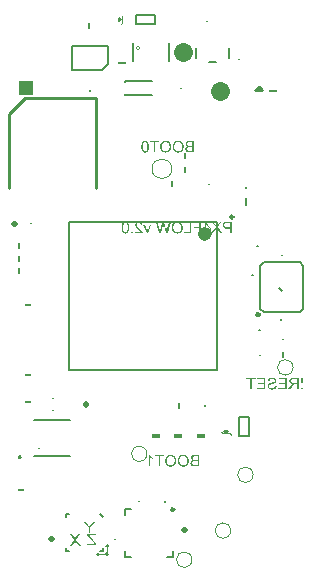
<source format=gbo>
G04 Layer_Color=32896*
%FSLAX44Y44*%
%MOMM*%
G71*
G01*
G75*
%ADD25C,0.2540*%
%ADD26C,0.1270*%
%ADD76C,0.2032*%
%ADD77C,0.1524*%
G04:AMPARAMS|DCode=217|XSize=0.1524mm|YSize=0.6048mm|CornerRadius=0mm|HoleSize=0mm|Usage=FLASHONLY|Rotation=270.010|XOffset=0mm|YOffset=0mm|HoleType=Round|Shape=Rectangle|*
%AMROTATEDRECTD217*
4,1,4,-0.3024,0.0762,0.3024,0.0763,0.3024,-0.0762,-0.3024,-0.0763,-0.3024,0.0762,0.0*
%
%ADD217ROTATEDRECTD217*%

G04:AMPARAMS|DCode=218|XSize=0.1524mm|YSize=0.6048mm|CornerRadius=0mm|HoleSize=0mm|Usage=FLASHONLY|Rotation=0.002|XOffset=0mm|YOffset=0mm|HoleType=Round|Shape=Rectangle|*
%AMROTATEDRECTD218*
4,1,4,-0.0762,-0.3024,-0.0762,0.3024,0.0762,0.3024,0.0762,-0.3024,-0.0762,-0.3024,0.0*
%
%ADD218ROTATEDRECTD218*%

%ADD307C,0.1016*%
%ADD308C,0.0000*%
%ADD309C,0.3048*%
%ADD310C,0.2500*%
%ADD311C,0.6000*%
%ADD312C,0.5080*%
%ADD313C,0.2000*%
%ADD314C,1.6002*%
%ADD315R,1.2700X1.2700*%
%ADD316R,0.1524X0.6048*%
G04:AMPARAMS|DCode=317|XSize=0.1524mm|YSize=0.6048mm|CornerRadius=0mm|HoleSize=0mm|Usage=FLASHONLY|Rotation=269.990|XOffset=0mm|YOffset=0mm|HoleType=Round|Shape=Rectangle|*
%AMROTATEDRECTD317*
4,1,4,-0.3024,0.0763,0.3024,0.0762,0.3024,-0.0763,-0.3024,-0.0762,-0.3024,0.0763,0.0*
%
%ADD317ROTATEDRECTD317*%

%ADD318R,0.6048X0.1524*%
%ADD319R,0.7620X0.4572*%
G36*
X2584437Y679862D02*
X2584678Y679849D01*
X2584907Y679811D01*
X2585110Y679760D01*
X2585313Y679709D01*
X2585491Y679646D01*
X2585656Y679582D01*
X2585809Y679519D01*
X2585948Y679443D01*
X2586063Y679379D01*
X2586164Y679316D01*
X2586253Y679265D01*
X2586317Y679214D01*
X2586367Y679176D01*
X2586393Y679163D01*
X2586406Y679150D01*
X2586558Y679011D01*
X2586685Y678858D01*
X2586799Y678693D01*
X2586901Y678515D01*
X2586990Y678350D01*
X2587066Y678173D01*
X2587180Y677830D01*
X2587231Y677677D01*
X2587269Y677525D01*
X2587295Y677398D01*
X2587320Y677284D01*
X2587333Y677182D01*
Y677119D01*
X2587345Y677068D01*
Y677055D01*
X2586114Y676928D01*
X2586088Y677258D01*
X2586037Y677538D01*
X2585948Y677779D01*
X2585847Y677995D01*
X2585758Y678147D01*
X2585669Y678274D01*
X2585618Y678338D01*
X2585593Y678363D01*
X2585390Y678541D01*
X2585161Y678668D01*
X2584920Y678757D01*
X2584704Y678820D01*
X2584513Y678858D01*
X2584424Y678871D01*
X2584348D01*
X2584297Y678884D01*
X2584208D01*
X2583916Y678858D01*
X2583650Y678808D01*
X2583421Y678731D01*
X2583231Y678643D01*
X2583078Y678541D01*
X2582964Y678465D01*
X2582900Y678414D01*
X2582875Y678389D01*
X2582697Y678198D01*
X2582570Y677995D01*
X2582481Y677804D01*
X2582418Y677614D01*
X2582380Y677449D01*
X2582367Y677309D01*
X2582354Y677258D01*
Y677233D01*
Y677207D01*
Y677195D01*
Y677068D01*
X2582380Y676941D01*
X2582443Y676674D01*
X2582532Y676433D01*
X2582634Y676217D01*
X2582748Y676026D01*
X2582799Y675950D01*
X2582837Y675874D01*
X2582875Y675823D01*
X2582900Y675785D01*
X2582913Y675760D01*
X2582926Y675747D01*
X2583040Y675594D01*
X2583180Y675442D01*
X2583332Y675277D01*
X2583497Y675099D01*
X2583853Y674756D01*
X2584208Y674426D01*
X2584373Y674274D01*
X2584539Y674134D01*
X2584691Y674007D01*
X2584818Y673893D01*
X2584920Y673804D01*
X2585009Y673740D01*
X2585060Y673689D01*
X2585072Y673677D01*
X2585440Y673372D01*
X2585758Y673093D01*
X2586024Y672839D01*
X2586241Y672623D01*
X2586418Y672445D01*
X2586545Y672305D01*
X2586583Y672254D01*
X2586621Y672216D01*
X2586634Y672204D01*
X2586647Y672191D01*
X2586837Y671950D01*
X2587003Y671721D01*
X2587130Y671505D01*
X2587244Y671302D01*
X2587333Y671137D01*
X2587383Y671010D01*
X2587409Y670959D01*
X2587422Y670921D01*
X2587434Y670908D01*
Y670895D01*
X2587485Y670743D01*
X2587523Y670603D01*
X2587549Y670464D01*
X2587561Y670337D01*
X2587574Y670222D01*
Y670146D01*
Y670095D01*
Y670070D01*
X2581110D01*
Y671226D01*
X2585910D01*
X2585745Y671454D01*
X2585656Y671569D01*
X2585580Y671657D01*
X2585504Y671746D01*
X2585453Y671810D01*
X2585415Y671848D01*
X2585402Y671861D01*
X2585339Y671924D01*
X2585250Y672013D01*
X2585161Y672102D01*
X2585060Y672191D01*
X2584831Y672394D01*
X2584590Y672597D01*
X2584373Y672788D01*
X2584272Y672877D01*
X2584196Y672953D01*
X2584120Y673004D01*
X2584069Y673055D01*
X2584031Y673080D01*
X2584018Y673093D01*
X2583789Y673296D01*
X2583561Y673486D01*
X2583370Y673651D01*
X2583180Y673817D01*
X2583015Y673969D01*
X2582862Y674121D01*
X2582722Y674248D01*
X2582608Y674363D01*
X2582494Y674464D01*
X2582405Y674553D01*
X2582329Y674629D01*
X2582265Y674693D01*
X2582227Y674744D01*
X2582189Y674782D01*
X2582164Y674794D01*
Y674807D01*
X2581973Y675036D01*
X2581808Y675264D01*
X2581668Y675468D01*
X2581554Y675645D01*
X2581465Y675785D01*
X2581414Y675899D01*
X2581376Y675975D01*
X2581364Y676001D01*
X2581288Y676217D01*
X2581224Y676420D01*
X2581186Y676623D01*
X2581148Y676788D01*
X2581135Y676941D01*
X2581122Y677055D01*
Y677131D01*
Y677157D01*
X2581135Y677373D01*
X2581161Y677576D01*
X2581199Y677766D01*
X2581249Y677944D01*
X2581389Y678274D01*
X2581453Y678427D01*
X2581529Y678554D01*
X2581618Y678681D01*
X2581681Y678782D01*
X2581758Y678871D01*
X2581821Y678947D01*
X2581872Y679011D01*
X2581910Y679049D01*
X2581935Y679074D01*
X2581948Y679087D01*
X2582113Y679227D01*
X2582278Y679341D01*
X2582456Y679455D01*
X2582646Y679544D01*
X2582837Y679620D01*
X2583015Y679684D01*
X2583370Y679773D01*
X2583535Y679811D01*
X2583688Y679836D01*
X2583828Y679849D01*
X2583954Y679862D01*
X2584043Y679874D01*
X2584183D01*
X2584437Y679862D01*
D02*
G37*
G36*
X2697505Y547891D02*
X2697848Y547853D01*
X2698153Y547789D01*
X2698420Y547738D01*
X2698534Y547700D01*
X2698636Y547675D01*
X2698725Y547637D01*
X2698801Y547611D01*
X2698864Y547599D01*
X2698902Y547573D01*
X2698928Y547561D01*
X2698940D01*
X2699220Y547421D01*
X2699474Y547268D01*
X2699677Y547103D01*
X2699855Y546951D01*
X2699982Y546811D01*
X2700084Y546684D01*
X2700134Y546608D01*
X2700160Y546595D01*
Y546583D01*
X2700299Y546341D01*
X2700401Y546100D01*
X2700477Y545871D01*
X2700528Y545656D01*
X2700553Y545465D01*
X2700566Y545325D01*
X2700579Y545275D01*
Y545236D01*
Y545211D01*
Y545198D01*
X2700566Y544957D01*
X2700528Y544728D01*
X2700477Y544512D01*
X2700414Y544335D01*
X2700350Y544182D01*
X2700299Y544081D01*
X2700261Y544005D01*
X2700249Y543992D01*
Y543979D01*
X2700109Y543789D01*
X2699944Y543611D01*
X2699766Y543458D01*
X2699601Y543331D01*
X2699449Y543217D01*
X2699322Y543141D01*
X2699271Y543116D01*
X2699232Y543090D01*
X2699220Y543077D01*
X2699207D01*
X2699093Y543027D01*
X2698966Y542963D01*
X2698687Y542862D01*
X2698369Y542747D01*
X2698064Y542658D01*
X2697772Y542569D01*
X2697658Y542544D01*
X2697544Y542506D01*
X2697455Y542493D01*
X2697391Y542468D01*
X2697340Y542455D01*
X2697328D01*
X2697086Y542392D01*
X2696870Y542341D01*
X2696667Y542290D01*
X2696489Y542252D01*
X2696324Y542201D01*
X2696185Y542163D01*
X2696058Y542138D01*
X2695956Y542099D01*
X2695854Y542074D01*
X2695778Y542049D01*
X2695715Y542036D01*
X2695664Y542011D01*
X2695613Y541998D01*
X2695588Y541985D01*
X2695372Y541896D01*
X2695194Y541795D01*
X2695042Y541706D01*
X2694915Y541617D01*
X2694826Y541541D01*
X2694762Y541477D01*
X2694724Y541426D01*
X2694711Y541414D01*
X2694622Y541287D01*
X2694546Y541147D01*
X2694496Y541007D01*
X2694470Y540880D01*
X2694445Y540779D01*
X2694432Y540690D01*
Y540639D01*
Y540614D01*
X2694445Y540448D01*
X2694470Y540296D01*
X2694521Y540156D01*
X2694572Y540029D01*
X2694622Y539928D01*
X2694673Y539839D01*
X2694699Y539788D01*
X2694711Y539775D01*
X2694826Y539636D01*
X2694966Y539521D01*
X2695105Y539420D01*
X2695245Y539331D01*
X2695372Y539267D01*
X2695473Y539217D01*
X2695537Y539191D01*
X2695550Y539179D01*
X2695562D01*
X2695778Y539102D01*
X2695994Y539052D01*
X2696223Y539013D01*
X2696413Y538988D01*
X2696591Y538975D01*
X2696731Y538963D01*
X2696858D01*
X2697162Y538975D01*
X2697442Y539001D01*
X2697696Y539052D01*
X2697912Y539102D01*
X2698102Y539153D01*
X2698178Y539179D01*
X2698242Y539204D01*
X2698293Y539217D01*
X2698331Y539229D01*
X2698344Y539242D01*
X2698356D01*
X2698585Y539356D01*
X2698788Y539483D01*
X2698953Y539610D01*
X2699093Y539737D01*
X2699195Y539839D01*
X2699271Y539928D01*
X2699322Y539979D01*
X2699334Y540004D01*
X2699436Y540195D01*
X2699525Y540398D01*
X2699601Y540601D01*
X2699652Y540791D01*
X2699690Y540969D01*
X2699715Y541096D01*
Y541147D01*
X2699728Y541185D01*
Y541211D01*
Y541223D01*
X2700947Y541122D01*
X2700922Y540766D01*
X2700858Y540423D01*
X2700769Y540131D01*
X2700668Y539864D01*
X2700617Y539750D01*
X2700579Y539648D01*
X2700528Y539572D01*
X2700490Y539496D01*
X2700464Y539432D01*
X2700439Y539394D01*
X2700414Y539369D01*
Y539356D01*
X2700211Y539090D01*
X2699982Y538848D01*
X2699753Y538645D01*
X2699525Y538480D01*
X2699322Y538353D01*
X2699232Y538302D01*
X2699169Y538264D01*
X2699106Y538226D01*
X2699055Y538201D01*
X2699030Y538188D01*
X2699017D01*
X2698661Y538061D01*
X2698293Y537972D01*
X2697912Y537896D01*
X2697569Y537858D01*
X2697404Y537845D01*
X2697264Y537832D01*
X2697124Y537820D01*
X2697010D01*
X2696921Y537807D01*
X2696794D01*
X2696413Y537820D01*
X2696058Y537870D01*
X2695740Y537934D01*
X2695473Y537997D01*
X2695346Y538036D01*
X2695245Y538074D01*
X2695156Y538099D01*
X2695067Y538124D01*
X2695016Y538150D01*
X2694966Y538175D01*
X2694940Y538188D01*
X2694927D01*
X2694635Y538340D01*
X2694369Y538518D01*
X2694153Y538696D01*
X2693975Y538861D01*
X2693835Y539013D01*
X2693721Y539140D01*
X2693695Y539191D01*
X2693670Y539229D01*
X2693645Y539242D01*
Y539255D01*
X2693492Y539509D01*
X2693378Y539775D01*
X2693302Y540017D01*
X2693238Y540245D01*
X2693213Y540436D01*
X2693200Y540512D01*
Y540588D01*
X2693187Y540639D01*
Y540677D01*
Y540703D01*
Y540715D01*
X2693200Y541007D01*
X2693251Y541261D01*
X2693315Y541503D01*
X2693391Y541706D01*
X2693480Y541871D01*
X2693543Y541998D01*
X2693568Y542036D01*
X2693594Y542074D01*
X2693607Y542087D01*
Y542099D01*
X2693772Y542315D01*
X2693975Y542519D01*
X2694178Y542684D01*
X2694381Y542836D01*
X2694572Y542950D01*
X2694724Y543027D01*
X2694788Y543065D01*
X2694826Y543090D01*
X2694851Y543103D01*
X2694864D01*
X2694978Y543154D01*
X2695118Y543204D01*
X2695283Y543255D01*
X2695448Y543319D01*
X2695804Y543420D01*
X2696159Y543509D01*
X2696337Y543560D01*
X2696489Y543598D01*
X2696642Y543636D01*
X2696769Y543662D01*
X2696870Y543687D01*
X2696959Y543712D01*
X2697010Y543725D01*
X2697023D01*
X2697302Y543789D01*
X2697556Y543852D01*
X2697785Y543916D01*
X2697988Y543979D01*
X2698166Y544043D01*
X2698318Y544093D01*
X2698458Y544157D01*
X2698585Y544208D01*
X2698674Y544246D01*
X2698763Y544284D01*
X2698826Y544322D01*
X2698877Y544360D01*
X2698915Y544373D01*
X2698940Y544398D01*
X2698966Y544411D01*
X2699093Y544551D01*
X2699182Y544690D01*
X2699245Y544830D01*
X2699283Y544970D01*
X2699309Y545097D01*
X2699334Y545186D01*
Y545249D01*
Y545275D01*
X2699309Y545490D01*
X2699245Y545694D01*
X2699169Y545871D01*
X2699067Y546024D01*
X2698966Y546151D01*
X2698890Y546240D01*
X2698826Y546291D01*
X2698801Y546316D01*
X2698699Y546392D01*
X2698572Y546456D01*
X2698305Y546570D01*
X2698026Y546646D01*
X2697747Y546697D01*
X2697493Y546722D01*
X2697391Y546735D01*
X2697289Y546748D01*
X2696896D01*
X2696705Y546722D01*
X2696527Y546710D01*
X2696362Y546671D01*
X2696210Y546633D01*
X2696070Y546595D01*
X2695943Y546557D01*
X2695829Y546519D01*
X2695740Y546468D01*
X2695651Y546430D01*
X2695575Y546392D01*
X2695511Y546354D01*
X2695473Y546316D01*
X2695435Y546303D01*
X2695410Y546278D01*
X2695207Y546087D01*
X2695054Y545859D01*
X2694940Y545630D01*
X2694851Y545414D01*
X2694788Y545211D01*
X2694762Y545122D01*
X2694749Y545046D01*
X2694737Y544982D01*
X2694724Y544932D01*
Y544906D01*
Y544893D01*
X2693480Y544982D01*
X2693505Y545287D01*
X2693568Y545579D01*
X2693645Y545833D01*
X2693734Y546062D01*
X2693822Y546252D01*
X2693860Y546329D01*
X2693886Y546392D01*
X2693924Y546443D01*
X2693937Y546481D01*
X2693962Y546494D01*
Y546506D01*
X2694140Y546748D01*
X2694356Y546964D01*
X2694559Y547141D01*
X2694775Y547281D01*
X2694953Y547395D01*
X2695105Y547484D01*
X2695168Y547510D01*
X2695207Y547535D01*
X2695232Y547548D01*
X2695245D01*
X2695562Y547662D01*
X2695893Y547751D01*
X2696210Y547814D01*
X2696502Y547865D01*
X2696642Y547878D01*
X2696769Y547891D01*
X2696870D01*
X2696972Y547903D01*
X2697150D01*
X2697505Y547891D01*
D02*
G37*
G36*
X2650820Y675137D02*
X2654592Y670070D01*
X2653043D01*
X2650566Y673448D01*
X2650503Y673537D01*
X2650439Y673639D01*
X2650287Y673880D01*
X2650210Y673982D01*
X2650160Y674071D01*
X2650121Y674121D01*
X2650109Y674147D01*
X2649956Y673931D01*
X2649893Y673829D01*
X2649829Y673740D01*
X2649779Y673664D01*
X2649741Y673601D01*
X2649715Y673562D01*
X2649702Y673550D01*
X2647238Y670070D01*
X2645651D01*
X2649296Y675188D01*
X2645918Y679836D01*
X2647328D01*
X2649271Y677233D01*
X2649436Y677017D01*
X2649576Y676826D01*
X2649715Y676636D01*
X2649829Y676471D01*
X2649918Y676331D01*
X2649982Y676229D01*
X2650033Y676166D01*
X2650045Y676141D01*
X2650147Y676306D01*
X2650261Y676496D01*
X2650388Y676699D01*
X2650515Y676890D01*
X2650630Y677068D01*
X2650731Y677207D01*
X2650769Y677258D01*
X2650795Y677296D01*
X2650807Y677322D01*
X2650820Y677334D01*
X2652598Y679836D01*
X2654147D01*
X2650820Y675137D01*
D02*
G37*
G36*
X2608732Y670070D02*
X2607373D01*
X2605316Y677499D01*
X2605265Y677690D01*
X2605214Y677880D01*
X2605164Y678084D01*
X2605113Y678261D01*
X2605074Y678414D01*
X2605049Y678541D01*
X2605037Y678592D01*
Y678630D01*
X2605024Y678643D01*
Y678655D01*
X2605011Y678604D01*
X2604998Y678541D01*
X2604948Y678389D01*
X2604897Y678198D01*
X2604846Y677995D01*
X2604795Y677804D01*
X2604744Y677652D01*
X2604732Y677588D01*
X2604719Y677538D01*
X2604706Y677512D01*
Y677499D01*
X2602662Y670070D01*
X2601404D01*
X2598725Y679836D01*
X2600033D01*
X2601570Y673550D01*
X2601671Y673118D01*
X2601772Y672712D01*
X2601849Y672356D01*
X2601887Y672191D01*
X2601925Y672038D01*
X2601950Y671911D01*
X2601976Y671785D01*
X2602001Y671683D01*
X2602014Y671594D01*
X2602027Y671518D01*
X2602039Y671467D01*
X2602052Y671442D01*
Y671429D01*
X2602154Y672038D01*
X2602281Y672648D01*
X2602344Y672940D01*
X2602408Y673232D01*
X2602471Y673499D01*
X2602534Y673766D01*
X2602585Y673994D01*
X2602649Y674210D01*
X2602700Y674413D01*
X2602738Y674566D01*
X2602776Y674706D01*
X2602801Y674807D01*
X2602814Y674858D01*
X2602827Y674883D01*
X2604211Y679836D01*
X2605773D01*
X2607627Y673232D01*
X2607640Y673169D01*
X2607665Y673080D01*
X2607691Y672978D01*
X2607729Y672851D01*
X2607754Y672712D01*
X2607792Y672559D01*
X2607869Y672242D01*
X2607945Y671937D01*
X2607983Y671797D01*
X2608008Y671683D01*
X2608034Y671581D01*
X2608059Y671492D01*
X2608072Y671442D01*
Y671429D01*
X2608135Y671797D01*
X2608199Y672153D01*
X2608275Y672496D01*
X2608339Y672801D01*
X2608364Y672927D01*
X2608389Y673055D01*
X2608415Y673156D01*
X2608440Y673245D01*
X2608453Y673321D01*
X2608466Y673372D01*
X2608478Y673410D01*
Y673423D01*
X2609951Y679836D01*
X2611285D01*
X2608732Y670070D01*
D02*
G37*
G36*
X2591956D02*
X2590800D01*
X2588133Y677144D01*
X2589377D01*
X2590940Y672826D01*
X2591041Y672546D01*
X2591130Y672280D01*
X2591206Y672051D01*
X2591270Y671861D01*
X2591320Y671696D01*
X2591359Y671581D01*
X2591371Y671505D01*
X2591384Y671492D01*
Y671480D01*
X2591460Y671746D01*
X2591536Y672013D01*
X2591613Y672254D01*
X2591689Y672470D01*
X2591752Y672648D01*
X2591803Y672788D01*
X2591816Y672839D01*
X2591829Y672877D01*
X2591841Y672889D01*
Y672902D01*
X2593352Y677144D01*
X2594622D01*
X2591956Y670070D01*
D02*
G37*
G36*
X2719451Y537972D02*
X2718156D01*
Y542303D01*
X2716479D01*
X2716339Y542290D01*
X2716212D01*
X2716111Y542277D01*
X2716035Y542265D01*
X2715984D01*
X2715959Y542252D01*
X2715946D01*
X2715730Y542176D01*
X2715628Y542138D01*
X2715540Y542087D01*
X2715463Y542049D01*
X2715412Y542011D01*
X2715374Y541998D01*
X2715362Y541985D01*
X2715247Y541896D01*
X2715133Y541807D01*
X2715019Y541693D01*
X2714917Y541579D01*
X2714828Y541490D01*
X2714765Y541401D01*
X2714714Y541350D01*
X2714701Y541325D01*
X2714549Y541134D01*
X2714396Y540918D01*
X2714244Y540703D01*
X2714091Y540487D01*
X2713965Y540296D01*
X2713901Y540207D01*
X2713850Y540131D01*
X2713812Y540080D01*
X2713787Y540029D01*
X2713761Y540004D01*
Y539991D01*
X2712479Y537972D01*
X2710853D01*
X2712542Y540614D01*
X2712733Y540893D01*
X2712923Y541147D01*
X2713101Y541376D01*
X2713266Y541553D01*
X2713419Y541706D01*
X2713520Y541820D01*
X2713596Y541884D01*
X2713609Y541909D01*
X2713622D01*
X2713736Y541998D01*
X2713850Y542087D01*
X2714104Y542252D01*
X2714219Y542315D01*
X2714308Y542366D01*
X2714371Y542392D01*
X2714396Y542404D01*
X2714142Y542442D01*
X2713901Y542493D01*
X2713685Y542557D01*
X2713482Y542620D01*
X2713292Y542696D01*
X2713114Y542773D01*
X2712961Y542849D01*
X2712822Y542925D01*
X2712707Y543001D01*
X2712606Y543077D01*
X2712517Y543141D01*
X2712440Y543192D01*
X2712390Y543242D01*
X2712339Y543281D01*
X2712326Y543293D01*
X2712314Y543306D01*
X2712199Y543446D01*
X2712085Y543585D01*
X2711996Y543738D01*
X2711920Y543877D01*
X2711806Y544170D01*
X2711729Y544449D01*
X2711678Y544690D01*
X2711666Y544792D01*
X2711653Y544881D01*
X2711641Y544957D01*
Y545008D01*
Y545046D01*
Y545059D01*
X2711653Y545351D01*
X2711704Y545630D01*
X2711768Y545884D01*
X2711844Y546100D01*
X2711920Y546278D01*
X2711983Y546418D01*
X2712009Y546468D01*
X2712034Y546506D01*
X2712047Y546519D01*
Y546532D01*
X2712212Y546760D01*
X2712390Y546964D01*
X2712568Y547129D01*
X2712745Y547256D01*
X2712898Y547357D01*
X2713025Y547421D01*
X2713076Y547446D01*
X2713114Y547459D01*
X2713127Y547472D01*
X2713139D01*
X2713266Y547522D01*
X2713419Y547561D01*
X2713736Y547624D01*
X2714066Y547675D01*
X2714384Y547700D01*
X2714536Y547713D01*
X2714676Y547726D01*
X2714790D01*
X2714904Y547738D01*
X2719451D01*
Y537972D01*
D02*
G37*
G36*
X2723083D02*
X2721699D01*
Y539344D01*
X2723083D01*
Y537972D01*
D02*
G37*
G36*
X2709583D02*
X2702306D01*
Y539128D01*
X2708288D01*
Y542455D01*
X2702903D01*
Y543611D01*
X2708288D01*
Y546583D01*
X2702534D01*
Y547738D01*
X2709583D01*
Y537972D01*
D02*
G37*
G36*
X2683065Y546583D02*
X2679852D01*
Y537972D01*
X2678557D01*
Y546583D01*
X2675344D01*
Y547738D01*
X2683065D01*
Y546583D01*
D02*
G37*
G36*
X2691397Y537972D02*
X2684120D01*
Y539128D01*
X2690101D01*
Y542455D01*
X2684716D01*
Y543611D01*
X2690101D01*
Y546583D01*
X2684348D01*
Y547738D01*
X2691397D01*
Y537972D01*
D02*
G37*
G36*
X2573236Y679849D02*
X2573578Y679786D01*
X2573883Y679697D01*
X2574137Y679595D01*
X2574252Y679531D01*
X2574341Y679481D01*
X2574430Y679430D01*
X2574493Y679392D01*
X2574544Y679354D01*
X2574582Y679328D01*
X2574607Y679316D01*
X2574620Y679303D01*
X2574861Y679074D01*
X2575077Y678808D01*
X2575255Y678528D01*
X2575407Y678274D01*
X2575522Y678033D01*
X2575573Y677931D01*
X2575611Y677842D01*
X2575636Y677766D01*
X2575661Y677715D01*
X2575674Y677677D01*
Y677665D01*
X2575738Y677461D01*
X2575788Y677245D01*
X2575877Y676788D01*
X2575941Y676318D01*
X2575979Y675874D01*
X2576004Y675671D01*
Y675480D01*
X2576017Y675315D01*
X2576030Y675175D01*
Y675048D01*
Y674959D01*
Y674909D01*
Y674883D01*
X2576017Y674388D01*
X2575992Y673918D01*
X2575941Y673499D01*
X2575877Y673105D01*
X2575814Y672737D01*
X2575725Y672420D01*
X2575636Y672127D01*
X2575547Y671861D01*
X2575458Y671632D01*
X2575382Y671442D01*
X2575293Y671276D01*
X2575229Y671137D01*
X2575166Y671035D01*
X2575115Y670972D01*
X2575090Y670921D01*
X2575077Y670908D01*
X2574912Y670730D01*
X2574747Y670578D01*
X2574569Y670438D01*
X2574391Y670324D01*
X2574201Y670235D01*
X2574010Y670146D01*
X2573833Y670083D01*
X2573655Y670032D01*
X2573490Y669994D01*
X2573337Y669956D01*
X2573210Y669930D01*
X2573083Y669918D01*
X2572994D01*
X2572918Y669905D01*
X2572855D01*
X2572664Y669918D01*
X2572474Y669930D01*
X2572131Y669994D01*
X2571826Y670083D01*
X2571572Y670197D01*
X2571458Y670248D01*
X2571369Y670299D01*
X2571280Y670349D01*
X2571216Y670387D01*
X2571165Y670426D01*
X2571115Y670451D01*
X2571102Y670476D01*
X2571089D01*
X2570835Y670705D01*
X2570620Y670972D01*
X2570442Y671238D01*
X2570289Y671505D01*
X2570175Y671734D01*
X2570124Y671835D01*
X2570086Y671924D01*
X2570061Y672000D01*
X2570035Y672051D01*
X2570023Y672089D01*
Y672102D01*
X2569959Y672305D01*
X2569908Y672521D01*
X2569819Y672978D01*
X2569756Y673448D01*
X2569705Y673893D01*
X2569692Y674096D01*
X2569680Y674286D01*
Y674452D01*
X2569667Y674591D01*
Y674718D01*
Y674807D01*
Y674858D01*
Y674883D01*
Y675150D01*
X2569680Y675404D01*
X2569692Y675633D01*
X2569705Y675848D01*
X2569718Y676064D01*
X2569743Y676242D01*
X2569756Y676420D01*
X2569781Y676572D01*
X2569807Y676712D01*
X2569819Y676839D01*
X2569845Y676941D01*
X2569857Y677030D01*
X2569870Y677093D01*
X2569883Y677144D01*
X2569896Y677169D01*
Y677182D01*
X2569984Y677487D01*
X2570074Y677779D01*
X2570175Y678020D01*
X2570276Y678236D01*
X2570366Y678414D01*
X2570429Y678541D01*
X2570454Y678579D01*
X2570480Y678617D01*
X2570493Y678630D01*
Y678643D01*
X2570645Y678858D01*
X2570810Y679036D01*
X2570975Y679189D01*
X2571128Y679328D01*
X2571267Y679430D01*
X2571369Y679493D01*
X2571445Y679544D01*
X2571458Y679557D01*
X2571470D01*
X2571699Y679659D01*
X2571940Y679735D01*
X2572169Y679798D01*
X2572385Y679836D01*
X2572575Y679862D01*
X2572651D01*
X2572728Y679874D01*
X2573045D01*
X2573236Y679849D01*
D02*
G37*
G36*
X2617101Y679989D02*
X2617457Y679938D01*
X2617800Y679874D01*
X2618117Y679786D01*
X2618422Y679684D01*
X2618702Y679570D01*
X2618956Y679443D01*
X2619184Y679316D01*
X2619388Y679176D01*
X2619578Y679062D01*
X2619731Y678935D01*
X2619857Y678833D01*
X2619959Y678744D01*
X2620035Y678681D01*
X2620086Y678630D01*
X2620099Y678617D01*
X2620327Y678350D01*
X2620530Y678058D01*
X2620695Y677754D01*
X2620848Y677449D01*
X2620975Y677131D01*
X2621077Y676814D01*
X2621165Y676509D01*
X2621229Y676204D01*
X2621280Y675925D01*
X2621331Y675658D01*
X2621356Y675429D01*
X2621369Y675226D01*
X2621382Y675048D01*
X2621394Y674921D01*
Y674883D01*
Y674845D01*
Y674833D01*
Y674820D01*
X2621382Y674578D01*
X2621369Y674350D01*
X2621305Y673893D01*
X2621216Y673486D01*
X2621165Y673296D01*
X2621115Y673118D01*
X2621064Y672966D01*
X2621013Y672813D01*
X2620962Y672686D01*
X2620924Y672585D01*
X2620886Y672496D01*
X2620861Y672432D01*
X2620835Y672394D01*
Y672381D01*
X2620607Y671975D01*
X2620340Y671607D01*
X2620213Y671454D01*
X2620073Y671302D01*
X2619933Y671162D01*
X2619807Y671035D01*
X2619680Y670934D01*
X2619565Y670832D01*
X2619464Y670756D01*
X2619375Y670692D01*
X2619299Y670629D01*
X2619248Y670591D01*
X2619210Y670578D01*
X2619197Y670565D01*
X2618994Y670451D01*
X2618778Y670349D01*
X2618575Y670260D01*
X2618359Y670184D01*
X2617940Y670070D01*
X2617559Y669994D01*
X2617381Y669956D01*
X2617228Y669943D01*
X2617089Y669930D01*
X2616962Y669918D01*
X2616873Y669905D01*
X2616733D01*
X2616492Y669918D01*
X2616263Y669930D01*
X2615832Y669994D01*
X2615425Y670095D01*
X2615247Y670146D01*
X2615070Y670210D01*
X2614917Y670260D01*
X2614778Y670311D01*
X2614663Y670362D01*
X2614561Y670413D01*
X2614485Y670451D01*
X2614422Y670476D01*
X2614384Y670502D01*
X2614371D01*
X2614168Y670616D01*
X2613977Y670743D01*
X2613634Y671035D01*
X2613342Y671327D01*
X2613215Y671467D01*
X2613101Y671607D01*
X2612999Y671746D01*
X2612910Y671861D01*
X2612847Y671975D01*
X2612784Y672077D01*
X2612733Y672153D01*
X2612695Y672216D01*
X2612682Y672254D01*
X2612669Y672267D01*
X2612568Y672496D01*
X2612466Y672724D01*
X2612314Y673182D01*
X2612212Y673626D01*
X2612174Y673842D01*
X2612136Y674045D01*
X2612110Y674236D01*
X2612085Y674401D01*
X2612072Y674553D01*
Y674680D01*
X2612060Y674794D01*
Y674871D01*
Y674921D01*
Y674934D01*
Y675201D01*
X2612085Y675468D01*
X2612148Y675963D01*
X2612187Y676191D01*
X2612238Y676407D01*
X2612288Y676610D01*
X2612339Y676788D01*
X2612403Y676953D01*
X2612453Y677106D01*
X2612504Y677233D01*
X2612542Y677347D01*
X2612580Y677436D01*
X2612606Y677499D01*
X2612618Y677538D01*
X2612631Y677550D01*
X2612872Y677957D01*
X2612999Y678147D01*
X2613127Y678325D01*
X2613266Y678477D01*
X2613406Y678630D01*
X2613546Y678770D01*
X2613672Y678884D01*
X2613799Y678998D01*
X2613914Y679087D01*
X2614028Y679163D01*
X2614117Y679239D01*
X2614193Y679290D01*
X2614244Y679328D01*
X2614282Y679341D01*
X2614295Y679354D01*
X2614498Y679468D01*
X2614714Y679570D01*
X2614917Y679659D01*
X2615133Y679735D01*
X2615540Y679849D01*
X2615908Y679925D01*
X2616086Y679951D01*
X2616238Y679963D01*
X2616378Y679976D01*
X2616492Y679989D01*
X2616594Y680001D01*
X2616721D01*
X2617101Y679989D01*
D02*
G37*
G36*
X2547556Y414757D02*
X2542121D01*
X2542299Y414566D01*
X2542477Y414363D01*
X2542654Y414172D01*
X2542807Y413982D01*
X2542934Y413829D01*
X2543035Y413703D01*
X2543073Y413652D01*
X2543099Y413614D01*
X2543112Y413601D01*
X2543124Y413588D01*
X2548128Y407340D01*
Y406146D01*
X2540406D01*
Y407302D01*
X2546642D01*
X2546058Y407988D01*
X2540571Y414757D01*
Y415912D01*
X2547556D01*
Y414757D01*
D02*
G37*
G36*
X2531161Y410705D02*
X2534933Y405638D01*
X2533383D01*
X2530907Y409016D01*
X2530843Y409105D01*
X2530780Y409207D01*
X2530627Y409448D01*
X2530551Y409550D01*
X2530500Y409638D01*
X2530462Y409689D01*
X2530450Y409715D01*
X2530297Y409499D01*
X2530234Y409397D01*
X2530170Y409308D01*
X2530119Y409232D01*
X2530081Y409169D01*
X2530056Y409131D01*
X2530043Y409118D01*
X2527579Y405638D01*
X2525992D01*
X2529637Y410756D01*
X2526259Y415404D01*
X2527668D01*
X2529611Y412801D01*
X2529776Y412585D01*
X2529916Y412394D01*
X2530056Y412204D01*
X2530170Y412039D01*
X2530259Y411899D01*
X2530323Y411797D01*
X2530373Y411734D01*
X2530386Y411709D01*
X2530488Y411874D01*
X2530602Y412064D01*
X2530729Y412267D01*
X2530856Y412458D01*
X2530970Y412636D01*
X2531072Y412775D01*
X2531110Y412826D01*
X2531135Y412864D01*
X2531148Y412890D01*
X2531161Y412902D01*
X2532939Y415404D01*
X2534488D01*
X2531161Y410705D01*
D02*
G37*
G36*
X2543099Y420434D02*
Y416306D01*
X2541803D01*
Y420434D01*
X2537905Y426072D01*
X2539416D01*
X2541308Y423189D01*
X2541537Y422846D01*
X2541740Y422516D01*
X2541918Y422224D01*
X2542083Y421970D01*
X2542146Y421856D01*
X2542210Y421754D01*
X2542261Y421665D01*
X2542311Y421602D01*
X2542337Y421538D01*
X2542362Y421500D01*
X2542388Y421475D01*
Y421462D01*
X2542565Y421767D01*
X2542731Y422072D01*
X2542896Y422351D01*
X2543048Y422593D01*
X2543188Y422808D01*
X2543239Y422897D01*
X2543289Y422974D01*
X2543327Y423037D01*
X2543353Y423075D01*
X2543365Y423101D01*
X2543378Y423113D01*
X2545309Y426072D01*
X2546858D01*
X2543099Y420434D01*
D02*
G37*
G36*
X2645385Y673512D02*
Y672407D01*
X2641143D01*
Y670070D01*
X2639949D01*
Y672407D01*
X2638628D01*
Y673512D01*
X2639949D01*
Y679836D01*
X2640927D01*
X2645385Y673512D01*
D02*
G37*
G36*
X2662682Y670070D02*
X2661386D01*
Y674032D01*
X2658897D01*
X2658529Y674045D01*
X2658186Y674071D01*
X2657869Y674109D01*
X2657576Y674172D01*
X2657322Y674236D01*
X2657081Y674312D01*
X2656878Y674388D01*
X2656687Y674464D01*
X2656535Y674540D01*
X2656395Y674629D01*
X2656281Y674693D01*
X2656192Y674756D01*
X2656129Y674820D01*
X2656078Y674858D01*
X2656053Y674883D01*
X2656040Y674896D01*
X2655900Y675061D01*
X2655773Y675239D01*
X2655671Y675417D01*
X2655583Y675594D01*
X2655493Y675772D01*
X2655430Y675937D01*
X2655341Y676280D01*
X2655303Y676420D01*
X2655278Y676560D01*
X2655265Y676687D01*
X2655252Y676801D01*
X2655240Y676890D01*
Y676953D01*
Y676992D01*
Y677004D01*
X2655252Y677271D01*
X2655291Y677512D01*
X2655341Y677741D01*
X2655392Y677944D01*
X2655443Y678109D01*
X2655493Y678236D01*
X2655519Y678274D01*
X2655532Y678312D01*
X2655544Y678325D01*
Y678338D01*
X2655659Y678554D01*
X2655786Y678744D01*
X2655925Y678909D01*
X2656053Y679036D01*
X2656154Y679138D01*
X2656255Y679214D01*
X2656306Y679265D01*
X2656332Y679277D01*
X2656522Y679392D01*
X2656725Y679493D01*
X2656916Y679570D01*
X2657107Y679633D01*
X2657272Y679684D01*
X2657411Y679709D01*
X2657462Y679722D01*
X2657487Y679735D01*
X2657526D01*
X2657729Y679773D01*
X2657970Y679798D01*
X2658224Y679811D01*
X2658453Y679824D01*
X2658669Y679836D01*
X2662682D01*
Y670070D01*
D02*
G37*
G36*
X2636850D02*
X2635555D01*
Y674502D01*
X2630970D01*
Y675658D01*
X2635555D01*
Y678681D01*
X2630259D01*
Y679836D01*
X2636850D01*
Y670070D01*
D02*
G37*
G36*
X2579141D02*
X2577769D01*
Y671442D01*
X2579141D01*
Y670070D01*
D02*
G37*
G36*
X2628633D02*
X2622537D01*
Y671226D01*
X2627338D01*
Y679836D01*
X2628633D01*
Y670070D01*
D02*
G37*
G36*
X2723134Y545567D02*
X2722766Y540398D01*
X2721991D01*
X2721648Y545567D01*
Y547738D01*
X2723134D01*
Y545567D01*
D02*
G37*
G36*
X2611602Y482613D02*
X2611958Y482562D01*
X2612301Y482498D01*
X2612619Y482410D01*
X2612923Y482308D01*
X2613203Y482194D01*
X2613457Y482067D01*
X2613685Y481940D01*
X2613889Y481800D01*
X2614079Y481686D01*
X2614232Y481559D01*
X2614359Y481457D01*
X2614460Y481368D01*
X2614536Y481305D01*
X2614587Y481254D01*
X2614600Y481241D01*
X2614828Y480974D01*
X2615032Y480682D01*
X2615197Y480378D01*
X2615349Y480073D01*
X2615476Y479755D01*
X2615578Y479438D01*
X2615667Y479133D01*
X2615730Y478828D01*
X2615781Y478549D01*
X2615832Y478282D01*
X2615857Y478053D01*
X2615870Y477850D01*
X2615883Y477672D01*
X2615895Y477545D01*
Y477507D01*
Y477469D01*
Y477457D01*
Y477444D01*
X2615883Y477202D01*
X2615870Y476974D01*
X2615806Y476517D01*
X2615717Y476110D01*
X2615667Y475920D01*
X2615616Y475742D01*
X2615565Y475590D01*
X2615514Y475437D01*
X2615463Y475310D01*
X2615425Y475209D01*
X2615387Y475120D01*
X2615362Y475056D01*
X2615336Y475018D01*
Y475005D01*
X2615108Y474599D01*
X2614841Y474231D01*
X2614714Y474078D01*
X2614574Y473926D01*
X2614435Y473786D01*
X2614308Y473659D01*
X2614181Y473558D01*
X2614066Y473456D01*
X2613965Y473380D01*
X2613876Y473316D01*
X2613800Y473253D01*
X2613749Y473215D01*
X2613711Y473202D01*
X2613698Y473189D01*
X2613495Y473075D01*
X2613279Y472973D01*
X2613076Y472884D01*
X2612860Y472808D01*
X2612441Y472694D01*
X2612060Y472618D01*
X2611882Y472580D01*
X2611730Y472567D01*
X2611590Y472554D01*
X2611463Y472542D01*
X2611374Y472529D01*
X2611234D01*
X2610993Y472542D01*
X2610764Y472554D01*
X2610333Y472618D01*
X2609926Y472719D01*
X2609749Y472770D01*
X2609571Y472834D01*
X2609418Y472884D01*
X2609279Y472935D01*
X2609164Y472986D01*
X2609062Y473037D01*
X2608987Y473075D01*
X2608923Y473100D01*
X2608885Y473126D01*
X2608872D01*
X2608669Y473240D01*
X2608478Y473367D01*
X2608135Y473659D01*
X2607843Y473951D01*
X2607716Y474091D01*
X2607602Y474231D01*
X2607501Y474370D01*
X2607411Y474485D01*
X2607348Y474599D01*
X2607285Y474701D01*
X2607234Y474777D01*
X2607196Y474840D01*
X2607183Y474878D01*
X2607170Y474891D01*
X2607069Y475120D01*
X2606967Y475348D01*
X2606815Y475806D01*
X2606713Y476250D01*
X2606675Y476466D01*
X2606637Y476669D01*
X2606612Y476860D01*
X2606586Y477025D01*
X2606573Y477177D01*
Y477304D01*
X2606561Y477418D01*
Y477495D01*
Y477545D01*
Y477558D01*
Y477825D01*
X2606586Y478092D01*
X2606649Y478587D01*
X2606688Y478815D01*
X2606739Y479031D01*
X2606789Y479235D01*
X2606840Y479412D01*
X2606904Y479577D01*
X2606954Y479730D01*
X2607005Y479857D01*
X2607043Y479971D01*
X2607081Y480060D01*
X2607107Y480123D01*
X2607119Y480162D01*
X2607132Y480174D01*
X2607373Y480581D01*
X2607501Y480771D01*
X2607628Y480949D01*
X2607767Y481101D01*
X2607907Y481254D01*
X2608047Y481394D01*
X2608174Y481508D01*
X2608300Y481622D01*
X2608415Y481711D01*
X2608529Y481787D01*
X2608618Y481863D01*
X2608694Y481914D01*
X2608745Y481952D01*
X2608783Y481965D01*
X2608796Y481978D01*
X2608999Y482092D01*
X2609215Y482194D01*
X2609418Y482282D01*
X2609634Y482359D01*
X2610041Y482473D01*
X2610409Y482549D01*
X2610587Y482575D01*
X2610739Y482587D01*
X2610879Y482600D01*
X2610993Y482613D01*
X2611095Y482625D01*
X2611222D01*
X2611602Y482613D01*
D02*
G37*
G36*
X2630932Y738632D02*
X2627224D01*
X2626881Y738645D01*
X2626576Y738657D01*
X2626309Y738683D01*
X2626081Y738708D01*
X2625903Y738734D01*
X2625827Y738746D01*
X2625763Y738759D01*
X2625712Y738772D01*
X2625674Y738784D01*
X2625649D01*
X2625420Y738848D01*
X2625204Y738924D01*
X2625027Y739013D01*
X2624874Y739089D01*
X2624747Y739153D01*
X2624658Y739216D01*
X2624595Y739254D01*
X2624582Y739267D01*
X2624430Y739407D01*
X2624290Y739546D01*
X2624163Y739699D01*
X2624061Y739851D01*
X2623972Y739978D01*
X2623909Y740080D01*
X2623871Y740156D01*
X2623858Y740181D01*
X2623756Y740410D01*
X2623693Y740626D01*
X2623642Y740842D01*
X2623604Y741032D01*
X2623579Y741210D01*
X2623566Y741337D01*
Y741388D01*
Y741426D01*
Y741439D01*
Y741451D01*
X2623591Y741756D01*
X2623642Y742036D01*
X2623718Y742290D01*
X2623807Y742505D01*
X2623896Y742683D01*
X2623972Y742810D01*
X2623998Y742861D01*
X2624023Y742899D01*
X2624048Y742912D01*
Y742925D01*
X2624239Y743140D01*
X2624455Y743331D01*
X2624684Y743483D01*
X2624900Y743610D01*
X2625103Y743712D01*
X2625192Y743750D01*
X2625255Y743775D01*
X2625319Y743801D01*
X2625369Y743814D01*
X2625395Y743826D01*
X2625407D01*
X2625166Y743953D01*
X2624963Y744106D01*
X2624785Y744245D01*
X2624633Y744385D01*
X2624518Y744512D01*
X2624442Y744614D01*
X2624391Y744677D01*
X2624379Y744703D01*
X2624265Y744919D01*
X2624176Y745122D01*
X2624125Y745325D01*
X2624074Y745515D01*
X2624048Y745668D01*
X2624036Y745795D01*
Y745833D01*
Y745871D01*
Y745884D01*
Y745896D01*
X2624048Y746150D01*
X2624099Y746379D01*
X2624163Y746595D01*
X2624226Y746785D01*
X2624303Y746951D01*
X2624366Y747077D01*
X2624417Y747154D01*
X2624430Y747166D01*
Y747179D01*
X2624582Y747395D01*
X2624760Y747586D01*
X2624925Y747738D01*
X2625103Y747865D01*
X2625255Y747967D01*
X2625369Y748043D01*
X2625420Y748068D01*
X2625458Y748081D01*
X2625471Y748093D01*
X2625484D01*
X2625750Y748195D01*
X2626042Y748271D01*
X2626347Y748322D01*
X2626627Y748360D01*
X2626881Y748386D01*
X2626995D01*
X2627084Y748398D01*
X2630932D01*
Y738632D01*
D02*
G37*
G36*
X2622207Y482613D02*
X2622563Y482562D01*
X2622906Y482498D01*
X2623223Y482410D01*
X2623528Y482308D01*
X2623807Y482194D01*
X2624061Y482067D01*
X2624290Y481940D01*
X2624493Y481800D01*
X2624684Y481686D01*
X2624836Y481559D01*
X2624963Y481457D01*
X2625065Y481368D01*
X2625141Y481305D01*
X2625192Y481254D01*
X2625204Y481241D01*
X2625433Y480974D01*
X2625636Y480682D01*
X2625801Y480378D01*
X2625954Y480073D01*
X2626081Y479755D01*
X2626182Y479438D01*
X2626271Y479133D01*
X2626335Y478828D01*
X2626385Y478549D01*
X2626436Y478282D01*
X2626461Y478053D01*
X2626474Y477850D01*
X2626487Y477672D01*
X2626500Y477545D01*
Y477507D01*
Y477469D01*
Y477457D01*
Y477444D01*
X2626487Y477202D01*
X2626474Y476974D01*
X2626411Y476517D01*
X2626322Y476110D01*
X2626271Y475920D01*
X2626220Y475742D01*
X2626169Y475590D01*
X2626119Y475437D01*
X2626068Y475310D01*
X2626030Y475209D01*
X2625992Y475120D01*
X2625966Y475056D01*
X2625941Y475018D01*
Y475005D01*
X2625712Y474599D01*
X2625446Y474231D01*
X2625319Y474078D01*
X2625179Y473926D01*
X2625039Y473786D01*
X2624912Y473659D01*
X2624785Y473558D01*
X2624671Y473456D01*
X2624569Y473380D01*
X2624480Y473316D01*
X2624404Y473253D01*
X2624353Y473215D01*
X2624315Y473202D01*
X2624303Y473189D01*
X2624099Y473075D01*
X2623883Y472973D01*
X2623680Y472884D01*
X2623464Y472808D01*
X2623045Y472694D01*
X2622664Y472618D01*
X2622487Y472580D01*
X2622334Y472567D01*
X2622195Y472554D01*
X2622067Y472542D01*
X2621978Y472529D01*
X2621839D01*
X2621598Y472542D01*
X2621369Y472554D01*
X2620937Y472618D01*
X2620531Y472719D01*
X2620353Y472770D01*
X2620175Y472834D01*
X2620023Y472884D01*
X2619883Y472935D01*
X2619769Y472986D01*
X2619667Y473037D01*
X2619591Y473075D01*
X2619527Y473100D01*
X2619489Y473126D01*
X2619477D01*
X2619273Y473240D01*
X2619083Y473367D01*
X2618740Y473659D01*
X2618448Y473951D01*
X2618321Y474091D01*
X2618206Y474231D01*
X2618105Y474370D01*
X2618016Y474485D01*
X2617953Y474599D01*
X2617889Y474701D01*
X2617838Y474777D01*
X2617800Y474840D01*
X2617787Y474878D01*
X2617775Y474891D01*
X2617673Y475120D01*
X2617572Y475348D01*
X2617419Y475806D01*
X2617318Y476250D01*
X2617279Y476466D01*
X2617242Y476669D01*
X2617216Y476860D01*
X2617191Y477025D01*
X2617178Y477177D01*
Y477304D01*
X2617165Y477418D01*
Y477495D01*
Y477545D01*
Y477558D01*
Y477825D01*
X2617191Y478092D01*
X2617254Y478587D01*
X2617292Y478815D01*
X2617343Y479031D01*
X2617394Y479235D01*
X2617444Y479412D01*
X2617508Y479577D01*
X2617559Y479730D01*
X2617610Y479857D01*
X2617648Y479971D01*
X2617686Y480060D01*
X2617711Y480123D01*
X2617724Y480162D01*
X2617737Y480174D01*
X2617978Y480581D01*
X2618105Y480771D01*
X2618232Y480949D01*
X2618372Y481101D01*
X2618511Y481254D01*
X2618651Y481394D01*
X2618778Y481508D01*
X2618905Y481622D01*
X2619019Y481711D01*
X2619134Y481787D01*
X2619223Y481863D01*
X2619299Y481914D01*
X2619350Y481952D01*
X2619388Y481965D01*
X2619400Y481978D01*
X2619604Y482092D01*
X2619820Y482194D01*
X2620023Y482282D01*
X2620239Y482359D01*
X2620645Y482473D01*
X2621013Y482549D01*
X2621191Y482575D01*
X2621343Y482587D01*
X2621483Y482600D01*
X2621598Y482613D01*
X2621699Y482625D01*
X2621826D01*
X2622207Y482613D01*
D02*
G37*
G36*
X2635250Y472694D02*
X2631542D01*
X2631199Y472707D01*
X2630894Y472719D01*
X2630627Y472745D01*
X2630399Y472770D01*
X2630221Y472796D01*
X2630145Y472808D01*
X2630081Y472821D01*
X2630030Y472834D01*
X2629992Y472846D01*
X2629967D01*
X2629738Y472910D01*
X2629522Y472986D01*
X2629344Y473075D01*
X2629192Y473151D01*
X2629065Y473215D01*
X2628976Y473278D01*
X2628913Y473316D01*
X2628900Y473329D01*
X2628748Y473469D01*
X2628608Y473608D01*
X2628481Y473761D01*
X2628379Y473913D01*
X2628290Y474040D01*
X2628227Y474142D01*
X2628189Y474218D01*
X2628176Y474243D01*
X2628075Y474472D01*
X2628011Y474688D01*
X2627960Y474904D01*
X2627922Y475094D01*
X2627897Y475272D01*
X2627884Y475399D01*
Y475450D01*
Y475488D01*
Y475501D01*
Y475513D01*
X2627910Y475818D01*
X2627960Y476098D01*
X2628036Y476352D01*
X2628125Y476567D01*
X2628214Y476745D01*
X2628290Y476872D01*
X2628316Y476923D01*
X2628341Y476961D01*
X2628367Y476974D01*
Y476987D01*
X2628557Y477202D01*
X2628773Y477393D01*
X2629001Y477545D01*
X2629218Y477672D01*
X2629421Y477774D01*
X2629510Y477812D01*
X2629573Y477837D01*
X2629637Y477863D01*
X2629688Y477876D01*
X2629713Y477888D01*
X2629726D01*
X2629484Y478015D01*
X2629281Y478168D01*
X2629103Y478307D01*
X2628951Y478447D01*
X2628836Y478574D01*
X2628760Y478676D01*
X2628709Y478739D01*
X2628697Y478765D01*
X2628582Y478980D01*
X2628494Y479184D01*
X2628443Y479387D01*
X2628392Y479577D01*
X2628367Y479730D01*
X2628354Y479857D01*
Y479895D01*
Y479933D01*
Y479946D01*
Y479958D01*
X2628367Y480212D01*
X2628417Y480441D01*
X2628481Y480657D01*
X2628544Y480847D01*
X2628621Y481012D01*
X2628684Y481139D01*
X2628735Y481216D01*
X2628748Y481228D01*
Y481241D01*
X2628900Y481457D01*
X2629078Y481647D01*
X2629243Y481800D01*
X2629421Y481927D01*
X2629573Y482029D01*
X2629688Y482105D01*
X2629738Y482130D01*
X2629776Y482143D01*
X2629789Y482155D01*
X2629802D01*
X2630068Y482257D01*
X2630360Y482333D01*
X2630665Y482384D01*
X2630945Y482422D01*
X2631199Y482448D01*
X2631313D01*
X2631402Y482460D01*
X2635250D01*
Y472694D01*
D02*
G37*
G36*
X2605634Y481305D02*
X2602420D01*
Y472694D01*
X2601125D01*
Y481305D01*
X2597912D01*
Y482460D01*
X2605634D01*
Y481305D01*
D02*
G37*
G36*
X2589937Y748411D02*
X2590279Y748347D01*
X2590584Y748259D01*
X2590838Y748157D01*
X2590952Y748093D01*
X2591041Y748043D01*
X2591130Y747992D01*
X2591194Y747954D01*
X2591245Y747916D01*
X2591283Y747890D01*
X2591308Y747878D01*
X2591321Y747865D01*
X2591562Y747636D01*
X2591778Y747370D01*
X2591956Y747090D01*
X2592108Y746836D01*
X2592222Y746595D01*
X2592273Y746493D01*
X2592311Y746404D01*
X2592337Y746328D01*
X2592362Y746277D01*
X2592375Y746239D01*
Y746227D01*
X2592438Y746023D01*
X2592489Y745807D01*
X2592578Y745350D01*
X2592642Y744880D01*
X2592680Y744436D01*
X2592705Y744233D01*
Y744042D01*
X2592718Y743877D01*
X2592730Y743737D01*
Y743610D01*
Y743521D01*
Y743471D01*
Y743445D01*
X2592718Y742950D01*
X2592692Y742480D01*
X2592642Y742061D01*
X2592578Y741667D01*
X2592515Y741299D01*
X2592426Y740982D01*
X2592337Y740689D01*
X2592248Y740423D01*
X2592159Y740194D01*
X2592083Y740004D01*
X2591994Y739838D01*
X2591930Y739699D01*
X2591867Y739597D01*
X2591816Y739534D01*
X2591790Y739483D01*
X2591778Y739470D01*
X2591613Y739292D01*
X2591448Y739140D01*
X2591270Y739000D01*
X2591092Y738886D01*
X2590901Y738797D01*
X2590711Y738708D01*
X2590533Y738645D01*
X2590356Y738594D01*
X2590190Y738556D01*
X2590038Y738518D01*
X2589911Y738492D01*
X2589784Y738480D01*
X2589695D01*
X2589619Y738467D01*
X2589555D01*
X2589365Y738480D01*
X2589174Y738492D01*
X2588831Y738556D01*
X2588527Y738645D01*
X2588273Y738759D01*
X2588158Y738810D01*
X2588069Y738861D01*
X2587981Y738911D01*
X2587917Y738950D01*
X2587866Y738988D01*
X2587816Y739013D01*
X2587803Y739038D01*
X2587790D01*
X2587536Y739267D01*
X2587320Y739534D01*
X2587142Y739800D01*
X2586990Y740067D01*
X2586876Y740296D01*
X2586825Y740397D01*
X2586787Y740486D01*
X2586761Y740562D01*
X2586736Y740613D01*
X2586723Y740651D01*
Y740664D01*
X2586660Y740867D01*
X2586609Y741083D01*
X2586520Y741540D01*
X2586457Y742010D01*
X2586406Y742455D01*
X2586393Y742658D01*
X2586380Y742848D01*
Y743014D01*
X2586368Y743153D01*
Y743280D01*
Y743369D01*
Y743420D01*
Y743445D01*
Y743712D01*
X2586380Y743966D01*
X2586393Y744195D01*
X2586406Y744410D01*
X2586418Y744626D01*
X2586444Y744804D01*
X2586457Y744982D01*
X2586482Y745134D01*
X2586507Y745274D01*
X2586520Y745401D01*
X2586545Y745503D01*
X2586558Y745592D01*
X2586571Y745655D01*
X2586584Y745706D01*
X2586596Y745731D01*
Y745744D01*
X2586685Y746049D01*
X2586774Y746341D01*
X2586876Y746582D01*
X2586977Y746798D01*
X2587066Y746976D01*
X2587130Y747103D01*
X2587155Y747141D01*
X2587180Y747179D01*
X2587193Y747192D01*
Y747205D01*
X2587346Y747420D01*
X2587511Y747598D01*
X2587676Y747751D01*
X2587828Y747890D01*
X2587968Y747992D01*
X2588069Y748055D01*
X2588146Y748106D01*
X2588158Y748119D01*
X2588171D01*
X2588400Y748221D01*
X2588641Y748297D01*
X2588870Y748360D01*
X2589085Y748398D01*
X2589276Y748424D01*
X2589352D01*
X2589428Y748436D01*
X2589746D01*
X2589937Y748411D01*
D02*
G37*
G36*
X2593454Y482257D02*
X2593619Y482029D01*
X2593797Y481800D01*
X2593962Y481609D01*
X2594128Y481432D01*
X2594254Y481305D01*
X2594305Y481254D01*
X2594343Y481216D01*
X2594369Y481203D01*
X2594381Y481190D01*
X2594673Y480949D01*
X2594966Y480733D01*
X2595270Y480530D01*
X2595537Y480365D01*
X2595779Y480238D01*
X2595880Y480174D01*
X2595969Y480136D01*
X2596032Y480098D01*
X2596083Y480073D01*
X2596121Y480047D01*
X2596134D01*
Y478879D01*
X2595918Y478968D01*
X2595702Y479069D01*
X2595486Y479171D01*
X2595296Y479273D01*
X2595131Y479361D01*
X2594991Y479438D01*
X2594940Y479463D01*
X2594902Y479488D01*
X2594890Y479501D01*
X2594877D01*
X2594623Y479654D01*
X2594407Y479806D01*
X2594203Y479946D01*
X2594038Y480073D01*
X2593911Y480174D01*
X2593810Y480263D01*
X2593759Y480314D01*
X2593734Y480327D01*
Y472694D01*
X2592540D01*
Y482498D01*
X2593315D01*
X2593454Y482257D01*
D02*
G37*
G36*
X2607285Y748551D02*
X2607640Y748500D01*
X2607983Y748436D01*
X2608300Y748347D01*
X2608605Y748246D01*
X2608885Y748132D01*
X2609139Y748005D01*
X2609367Y747878D01*
X2609571Y747738D01*
X2609761Y747624D01*
X2609914Y747497D01*
X2610041Y747395D01*
X2610142Y747306D01*
X2610218Y747243D01*
X2610269Y747192D01*
X2610282Y747179D01*
X2610510Y746912D01*
X2610714Y746620D01*
X2610879Y746316D01*
X2611031Y746011D01*
X2611158Y745693D01*
X2611260Y745376D01*
X2611349Y745071D01*
X2611412Y744766D01*
X2611463Y744487D01*
X2611514Y744220D01*
X2611539Y743991D01*
X2611552Y743788D01*
X2611565Y743610D01*
X2611577Y743483D01*
Y743445D01*
Y743407D01*
Y743394D01*
Y743382D01*
X2611565Y743140D01*
X2611552Y742912D01*
X2611488Y742455D01*
X2611400Y742048D01*
X2611349Y741858D01*
X2611298Y741680D01*
X2611247Y741528D01*
X2611196Y741375D01*
X2611145Y741248D01*
X2611107Y741147D01*
X2611069Y741058D01*
X2611044Y740994D01*
X2611018Y740956D01*
Y740943D01*
X2610790Y740537D01*
X2610523Y740169D01*
X2610396Y740016D01*
X2610256Y739864D01*
X2610117Y739724D01*
X2609990Y739597D01*
X2609863Y739496D01*
X2609749Y739394D01*
X2609647Y739318D01*
X2609558Y739254D01*
X2609482Y739191D01*
X2609431Y739153D01*
X2609393Y739140D01*
X2609380Y739127D01*
X2609177Y739013D01*
X2608961Y738911D01*
X2608758Y738822D01*
X2608542Y738746D01*
X2608123Y738632D01*
X2607742Y738556D01*
X2607564Y738518D01*
X2607411Y738505D01*
X2607272Y738492D01*
X2607145Y738480D01*
X2607056Y738467D01*
X2606916D01*
X2606675Y738480D01*
X2606447Y738492D01*
X2606015Y738556D01*
X2605608Y738657D01*
X2605430Y738708D01*
X2605253Y738772D01*
X2605100Y738822D01*
X2604961Y738873D01*
X2604846Y738924D01*
X2604745Y738975D01*
X2604668Y739013D01*
X2604605Y739038D01*
X2604567Y739064D01*
X2604554D01*
X2604351Y739178D01*
X2604160Y739305D01*
X2603817Y739597D01*
X2603525Y739889D01*
X2603398Y740029D01*
X2603284Y740169D01*
X2603182Y740308D01*
X2603094Y740423D01*
X2603030Y740537D01*
X2602967Y740639D01*
X2602916Y740715D01*
X2602878Y740778D01*
X2602865Y740816D01*
X2602852Y740829D01*
X2602751Y741058D01*
X2602649Y741286D01*
X2602497Y741743D01*
X2602395Y742188D01*
X2602357Y742404D01*
X2602319Y742607D01*
X2602293Y742798D01*
X2602268Y742963D01*
X2602255Y743115D01*
Y743242D01*
X2602243Y743356D01*
Y743433D01*
Y743483D01*
Y743496D01*
Y743763D01*
X2602268Y744029D01*
X2602332Y744525D01*
X2602370Y744753D01*
X2602420Y744969D01*
X2602471Y745173D01*
X2602522Y745350D01*
X2602585Y745515D01*
X2602636Y745668D01*
X2602687Y745795D01*
X2602725Y745909D01*
X2602763Y745998D01*
X2602789Y746061D01*
X2602802Y746100D01*
X2602814Y746112D01*
X2603055Y746519D01*
X2603182Y746709D01*
X2603310Y746887D01*
X2603449Y747039D01*
X2603589Y747192D01*
X2603729Y747331D01*
X2603856Y747446D01*
X2603983Y747560D01*
X2604097Y747649D01*
X2604211Y747725D01*
X2604300Y747801D01*
X2604376Y747852D01*
X2604427Y747890D01*
X2604465Y747903D01*
X2604478Y747916D01*
X2604681Y748030D01*
X2604897Y748132D01*
X2605100Y748221D01*
X2605316Y748297D01*
X2605722Y748411D01*
X2606091Y748487D01*
X2606269Y748513D01*
X2606421Y748525D01*
X2606561Y748538D01*
X2606675Y748551D01*
X2606777Y748563D01*
X2606904D01*
X2607285Y748551D01*
D02*
G37*
G36*
X2601316Y747243D02*
X2598102D01*
Y738632D01*
X2596807D01*
Y747243D01*
X2593594D01*
Y748398D01*
X2601316D01*
Y747243D01*
D02*
G37*
G36*
X2617889Y748551D02*
X2618245Y748500D01*
X2618588Y748436D01*
X2618905Y748347D01*
X2619210Y748246D01*
X2619489Y748132D01*
X2619743Y748005D01*
X2619972Y747878D01*
X2620175Y747738D01*
X2620366Y747624D01*
X2620518Y747497D01*
X2620645Y747395D01*
X2620746Y747306D01*
X2620823Y747243D01*
X2620874Y747192D01*
X2620886Y747179D01*
X2621115Y746912D01*
X2621318Y746620D01*
X2621483Y746316D01*
X2621636Y746011D01*
X2621763Y745693D01*
X2621864Y745376D01*
X2621953Y745071D01*
X2622017Y744766D01*
X2622067Y744487D01*
X2622118Y744220D01*
X2622144Y743991D01*
X2622156Y743788D01*
X2622169Y743610D01*
X2622182Y743483D01*
Y743445D01*
Y743407D01*
Y743394D01*
Y743382D01*
X2622169Y743140D01*
X2622156Y742912D01*
X2622093Y742455D01*
X2622004Y742048D01*
X2621953Y741858D01*
X2621902Y741680D01*
X2621852Y741528D01*
X2621801Y741375D01*
X2621750Y741248D01*
X2621712Y741147D01*
X2621674Y741058D01*
X2621648Y740994D01*
X2621623Y740956D01*
Y740943D01*
X2621394Y740537D01*
X2621128Y740169D01*
X2621001Y740016D01*
X2620861Y739864D01*
X2620721Y739724D01*
X2620594Y739597D01*
X2620467Y739496D01*
X2620353Y739394D01*
X2620251Y739318D01*
X2620162Y739254D01*
X2620086Y739191D01*
X2620035Y739153D01*
X2619997Y739140D01*
X2619985Y739127D01*
X2619781Y739013D01*
X2619565Y738911D01*
X2619362Y738822D01*
X2619146Y738746D01*
X2618727Y738632D01*
X2618346Y738556D01*
X2618169Y738518D01*
X2618016Y738505D01*
X2617876Y738492D01*
X2617749Y738480D01*
X2617661Y738467D01*
X2617521D01*
X2617279Y738480D01*
X2617051Y738492D01*
X2616619Y738556D01*
X2616213Y738657D01*
X2616035Y738708D01*
X2615857Y738772D01*
X2615705Y738822D01*
X2615565Y738873D01*
X2615451Y738924D01*
X2615349Y738975D01*
X2615273Y739013D01*
X2615209Y739038D01*
X2615171Y739064D01*
X2615159D01*
X2614955Y739178D01*
X2614765Y739305D01*
X2614422Y739597D01*
X2614130Y739889D01*
X2614003Y740029D01*
X2613889Y740169D01*
X2613787Y740308D01*
X2613698Y740423D01*
X2613635Y740537D01*
X2613571Y740639D01*
X2613520Y740715D01*
X2613482Y740778D01*
X2613470Y740816D01*
X2613457Y740829D01*
X2613355Y741058D01*
X2613253Y741286D01*
X2613101Y741743D01*
X2613000Y742188D01*
X2612961Y742404D01*
X2612923Y742607D01*
X2612898Y742798D01*
X2612873Y742963D01*
X2612860Y743115D01*
Y743242D01*
X2612847Y743356D01*
Y743433D01*
Y743483D01*
Y743496D01*
Y743763D01*
X2612873Y744029D01*
X2612936Y744525D01*
X2612974Y744753D01*
X2613025Y744969D01*
X2613076Y745173D01*
X2613127Y745350D01*
X2613190Y745515D01*
X2613241Y745668D01*
X2613292Y745795D01*
X2613330Y745909D01*
X2613368Y745998D01*
X2613393Y746061D01*
X2613406Y746100D01*
X2613419Y746112D01*
X2613660Y746519D01*
X2613787Y746709D01*
X2613914Y746887D01*
X2614054Y747039D01*
X2614193Y747192D01*
X2614333Y747331D01*
X2614460Y747446D01*
X2614587Y747560D01*
X2614702Y747649D01*
X2614816Y747725D01*
X2614904Y747801D01*
X2614981Y747852D01*
X2615032Y747890D01*
X2615070Y747903D01*
X2615082Y747916D01*
X2615286Y748030D01*
X2615501Y748132D01*
X2615705Y748221D01*
X2615921Y748297D01*
X2616327Y748411D01*
X2616695Y748487D01*
X2616873Y748513D01*
X2617025Y748525D01*
X2617165Y748538D01*
X2617279Y748551D01*
X2617381Y748563D01*
X2617508D01*
X2617889Y748551D01*
D02*
G37*
%LPC*%
G36*
X2633954Y477202D02*
X2631707D01*
X2631377Y477190D01*
X2631097Y477177D01*
X2630843Y477152D01*
X2630652Y477126D01*
X2630487Y477088D01*
X2630373Y477063D01*
X2630310Y477050D01*
X2630284Y477037D01*
X2630107Y476961D01*
X2629954Y476885D01*
X2629827Y476783D01*
X2629713Y476694D01*
X2629624Y476606D01*
X2629561Y476529D01*
X2629522Y476479D01*
X2629510Y476466D01*
X2629408Y476314D01*
X2629344Y476148D01*
X2629294Y475996D01*
X2629256Y475844D01*
X2629230Y475717D01*
X2629218Y475615D01*
Y475551D01*
Y475526D01*
X2629230Y475361D01*
X2629243Y475196D01*
X2629281Y475056D01*
X2629319Y474942D01*
X2629357Y474840D01*
X2629383Y474764D01*
X2629408Y474713D01*
X2629421Y474701D01*
X2629497Y474574D01*
X2629573Y474472D01*
X2629662Y474370D01*
X2629738Y474294D01*
X2629814Y474231D01*
X2629865Y474193D01*
X2629903Y474167D01*
X2629916Y474155D01*
X2630030Y474091D01*
X2630157Y474027D01*
X2630272Y473989D01*
X2630399Y473951D01*
X2630500Y473926D01*
X2630576Y473900D01*
X2630627Y473888D01*
X2630652D01*
X2630767Y473875D01*
X2630894Y473862D01*
X2631186Y473850D01*
X2633954D01*
Y477202D01*
D02*
G37*
G36*
Y481305D02*
X2631643D01*
X2631478Y481292D01*
X2631339Y481279D01*
X2631199Y481267D01*
X2631072D01*
X2630970Y481254D01*
X2630869Y481241D01*
X2630716Y481216D01*
X2630615Y481190D01*
X2630551Y481178D01*
X2630526Y481165D01*
X2630373Y481101D01*
X2630233Y481025D01*
X2630132Y480949D01*
X2630030Y480860D01*
X2629954Y480784D01*
X2629903Y480720D01*
X2629878Y480670D01*
X2629865Y480657D01*
X2629789Y480517D01*
X2629726Y480365D01*
X2629688Y480225D01*
X2629649Y480098D01*
X2629637Y479984D01*
X2629624Y479882D01*
Y479831D01*
Y479806D01*
X2629637Y479616D01*
X2629662Y479450D01*
X2629700Y479298D01*
X2629751Y479184D01*
X2629802Y479082D01*
X2629840Y479006D01*
X2629865Y478955D01*
X2629878Y478942D01*
X2629980Y478828D01*
X2630107Y478727D01*
X2630221Y478650D01*
X2630348Y478574D01*
X2630462Y478523D01*
X2630551Y478485D01*
X2630602Y478473D01*
X2630627Y478460D01*
X2630780Y478422D01*
X2630970Y478396D01*
X2631173Y478384D01*
X2631377Y478371D01*
X2631554Y478358D01*
X2633954D01*
Y481305D01*
D02*
G37*
G36*
X2611349Y481508D02*
X2611222D01*
X2610866Y481482D01*
X2610536Y481432D01*
X2610244Y481355D01*
X2609990Y481267D01*
X2609875Y481216D01*
X2609774Y481165D01*
X2609685Y481127D01*
X2609621Y481089D01*
X2609558Y481063D01*
X2609520Y481038D01*
X2609494Y481012D01*
X2609482D01*
X2609202Y480809D01*
X2608974Y480593D01*
X2608770Y480365D01*
X2608605Y480149D01*
X2608466Y479946D01*
X2608415Y479857D01*
X2608377Y479793D01*
X2608339Y479730D01*
X2608313Y479679D01*
X2608300Y479654D01*
Y479641D01*
X2608161Y479298D01*
X2608059Y478942D01*
X2607996Y478587D01*
X2607945Y478269D01*
X2607932Y478117D01*
X2607920Y477977D01*
X2607907Y477863D01*
X2607894Y477761D01*
Y477672D01*
Y477609D01*
Y477571D01*
Y477558D01*
X2607907Y477215D01*
X2607932Y476898D01*
X2607983Y476593D01*
X2608047Y476314D01*
X2608110Y476047D01*
X2608199Y475818D01*
X2608275Y475590D01*
X2608364Y475399D01*
X2608453Y475221D01*
X2608542Y475069D01*
X2608631Y474942D01*
X2608694Y474840D01*
X2608758Y474751D01*
X2608809Y474701D01*
X2608834Y474663D01*
X2608847Y474650D01*
X2609024Y474472D01*
X2609215Y474320D01*
X2609418Y474180D01*
X2609621Y474066D01*
X2609825Y473964D01*
X2610015Y473888D01*
X2610218Y473812D01*
X2610396Y473761D01*
X2610574Y473723D01*
X2610739Y473685D01*
X2610879Y473659D01*
X2611006Y473647D01*
X2611107D01*
X2611183Y473634D01*
X2611247D01*
X2611514Y473647D01*
X2611755Y473672D01*
X2611996Y473723D01*
X2612212Y473786D01*
X2612428Y473862D01*
X2612619Y473951D01*
X2612809Y474040D01*
X2612961Y474142D01*
X2613114Y474231D01*
X2613241Y474320D01*
X2613355Y474408D01*
X2613444Y474485D01*
X2613520Y474548D01*
X2613584Y474599D01*
X2613609Y474624D01*
X2613622Y474637D01*
X2613787Y474840D01*
X2613927Y475043D01*
X2614054Y475272D01*
X2614168Y475501D01*
X2614257Y475729D01*
X2614333Y475958D01*
X2614397Y476186D01*
X2614447Y476415D01*
X2614485Y476618D01*
X2614511Y476809D01*
X2614536Y476974D01*
X2614549Y477126D01*
Y477253D01*
X2614562Y477342D01*
Y477393D01*
Y477418D01*
X2614549Y477812D01*
X2614524Y478180D01*
X2614473Y478523D01*
X2614409Y478841D01*
X2614333Y479120D01*
X2614257Y479374D01*
X2614168Y479603D01*
X2614066Y479806D01*
X2613977Y479984D01*
X2613889Y480136D01*
X2613812Y480276D01*
X2613736Y480378D01*
X2613673Y480454D01*
X2613622Y480517D01*
X2613596Y480543D01*
X2613584Y480555D01*
X2613393Y480720D01*
X2613203Y480873D01*
X2613000Y481000D01*
X2612796Y481101D01*
X2612593Y481203D01*
X2612403Y481279D01*
X2612212Y481343D01*
X2612034Y481394D01*
X2611857Y481432D01*
X2611704Y481457D01*
X2611565Y481482D01*
X2611450Y481495D01*
X2611349Y481508D01*
D02*
G37*
G36*
X2621953D02*
X2621826D01*
X2621471Y481482D01*
X2621140Y481432D01*
X2620848Y481355D01*
X2620594Y481267D01*
X2620480Y481216D01*
X2620378Y481165D01*
X2620289Y481127D01*
X2620226Y481089D01*
X2620162Y481063D01*
X2620124Y481038D01*
X2620099Y481012D01*
X2620086D01*
X2619807Y480809D01*
X2619578Y480593D01*
X2619375Y480365D01*
X2619210Y480149D01*
X2619070Y479946D01*
X2619019Y479857D01*
X2618981Y479793D01*
X2618943Y479730D01*
X2618918Y479679D01*
X2618905Y479654D01*
Y479641D01*
X2618765Y479298D01*
X2618664Y478942D01*
X2618600Y478587D01*
X2618549Y478269D01*
X2618537Y478117D01*
X2618524Y477977D01*
X2618511Y477863D01*
X2618499Y477761D01*
Y477672D01*
Y477609D01*
Y477571D01*
Y477558D01*
X2618511Y477215D01*
X2618537Y476898D01*
X2618588Y476593D01*
X2618651Y476314D01*
X2618715Y476047D01*
X2618803Y475818D01*
X2618880Y475590D01*
X2618969Y475399D01*
X2619058Y475221D01*
X2619146Y475069D01*
X2619235Y474942D01*
X2619299Y474840D01*
X2619362Y474751D01*
X2619413Y474701D01*
X2619438Y474663D01*
X2619451Y474650D01*
X2619629Y474472D01*
X2619820Y474320D01*
X2620023Y474180D01*
X2620226Y474066D01*
X2620429Y473964D01*
X2620620Y473888D01*
X2620823Y473812D01*
X2621001Y473761D01*
X2621178Y473723D01*
X2621343Y473685D01*
X2621483Y473659D01*
X2621610Y473647D01*
X2621712D01*
X2621788Y473634D01*
X2621852D01*
X2622118Y473647D01*
X2622360Y473672D01*
X2622601Y473723D01*
X2622817Y473786D01*
X2623033Y473862D01*
X2623223Y473951D01*
X2623414Y474040D01*
X2623566Y474142D01*
X2623718Y474231D01*
X2623846Y474320D01*
X2623960Y474408D01*
X2624048Y474485D01*
X2624125Y474548D01*
X2624188Y474599D01*
X2624214Y474624D01*
X2624226Y474637D01*
X2624391Y474840D01*
X2624531Y475043D01*
X2624658Y475272D01*
X2624773Y475501D01*
X2624861Y475729D01*
X2624938Y475958D01*
X2625001Y476186D01*
X2625052Y476415D01*
X2625090Y476618D01*
X2625115Y476809D01*
X2625141Y476974D01*
X2625154Y477126D01*
Y477253D01*
X2625166Y477342D01*
Y477393D01*
Y477418D01*
X2625154Y477812D01*
X2625128Y478180D01*
X2625077Y478523D01*
X2625014Y478841D01*
X2624938Y479120D01*
X2624861Y479374D01*
X2624773Y479603D01*
X2624671Y479806D01*
X2624582Y479984D01*
X2624493Y480136D01*
X2624417Y480276D01*
X2624341Y480378D01*
X2624277Y480454D01*
X2624226Y480517D01*
X2624201Y480543D01*
X2624188Y480555D01*
X2623998Y480720D01*
X2623807Y480873D01*
X2623604Y481000D01*
X2623401Y481101D01*
X2623198Y481203D01*
X2623007Y481279D01*
X2622817Y481343D01*
X2622639Y481394D01*
X2622461Y481432D01*
X2622309Y481457D01*
X2622169Y481482D01*
X2622055Y481495D01*
X2621953Y481508D01*
D02*
G37*
G36*
X2629637Y747243D02*
X2627325D01*
X2627160Y747230D01*
X2627020Y747217D01*
X2626881Y747205D01*
X2626754D01*
X2626652Y747192D01*
X2626551Y747179D01*
X2626398Y747154D01*
X2626296Y747128D01*
X2626233Y747116D01*
X2626208Y747103D01*
X2626055Y747039D01*
X2625916Y746963D01*
X2625814Y746887D01*
X2625712Y746798D01*
X2625636Y746722D01*
X2625585Y746658D01*
X2625560Y746608D01*
X2625547Y746595D01*
X2625471Y746455D01*
X2625407Y746303D01*
X2625369Y746163D01*
X2625331Y746036D01*
X2625319Y745922D01*
X2625306Y745820D01*
Y745769D01*
Y745744D01*
X2625319Y745554D01*
X2625344Y745388D01*
X2625382Y745236D01*
X2625433Y745122D01*
X2625484Y745020D01*
X2625522Y744944D01*
X2625547Y744893D01*
X2625560Y744880D01*
X2625662Y744766D01*
X2625789Y744665D01*
X2625903Y744588D01*
X2626030Y744512D01*
X2626144Y744461D01*
X2626233Y744423D01*
X2626284Y744410D01*
X2626309Y744398D01*
X2626461Y744360D01*
X2626652Y744334D01*
X2626855Y744322D01*
X2627058Y744309D01*
X2627236Y744296D01*
X2629637D01*
Y747243D01*
D02*
G37*
G36*
X2607031Y747446D02*
X2606904D01*
X2606548Y747420D01*
X2606218Y747370D01*
X2605926Y747293D01*
X2605672Y747205D01*
X2605557Y747154D01*
X2605456Y747103D01*
X2605367Y747065D01*
X2605303Y747027D01*
X2605240Y747001D01*
X2605202Y746976D01*
X2605176Y746951D01*
X2605164D01*
X2604884Y746747D01*
X2604656Y746531D01*
X2604453Y746303D01*
X2604287Y746087D01*
X2604148Y745884D01*
X2604097Y745795D01*
X2604059Y745731D01*
X2604021Y745668D01*
X2603995Y745617D01*
X2603983Y745592D01*
Y745579D01*
X2603843Y745236D01*
X2603741Y744880D01*
X2603678Y744525D01*
X2603627Y744207D01*
X2603614Y744055D01*
X2603602Y743915D01*
X2603589Y743801D01*
X2603576Y743699D01*
Y743610D01*
Y743547D01*
Y743509D01*
Y743496D01*
X2603589Y743153D01*
X2603614Y742836D01*
X2603665Y742531D01*
X2603729Y742252D01*
X2603792Y741985D01*
X2603881Y741756D01*
X2603957Y741528D01*
X2604046Y741337D01*
X2604135Y741159D01*
X2604224Y741007D01*
X2604313Y740880D01*
X2604376Y740778D01*
X2604440Y740689D01*
X2604491Y740639D01*
X2604516Y740601D01*
X2604529Y740588D01*
X2604706Y740410D01*
X2604897Y740258D01*
X2605100Y740118D01*
X2605303Y740004D01*
X2605507Y739902D01*
X2605697Y739826D01*
X2605900Y739750D01*
X2606078Y739699D01*
X2606256Y739661D01*
X2606421Y739623D01*
X2606561Y739597D01*
X2606688Y739585D01*
X2606789D01*
X2606866Y739572D01*
X2606929D01*
X2607196Y739585D01*
X2607437Y739610D01*
X2607678Y739661D01*
X2607894Y739724D01*
X2608110Y739800D01*
X2608300Y739889D01*
X2608491Y739978D01*
X2608643Y740080D01*
X2608796Y740169D01*
X2608923Y740258D01*
X2609037Y740347D01*
X2609126Y740423D01*
X2609202Y740486D01*
X2609266Y740537D01*
X2609291Y740562D01*
X2609304Y740575D01*
X2609469Y740778D01*
X2609609Y740982D01*
X2609736Y741210D01*
X2609850Y741439D01*
X2609939Y741667D01*
X2610015Y741896D01*
X2610079Y742124D01*
X2610129Y742353D01*
X2610168Y742556D01*
X2610193Y742747D01*
X2610218Y742912D01*
X2610231Y743064D01*
Y743191D01*
X2610244Y743280D01*
Y743331D01*
Y743356D01*
X2610231Y743750D01*
X2610206Y744118D01*
X2610155Y744461D01*
X2610091Y744779D01*
X2610015Y745058D01*
X2609939Y745312D01*
X2609850Y745541D01*
X2609749Y745744D01*
X2609659Y745922D01*
X2609571Y746074D01*
X2609494Y746214D01*
X2609418Y746316D01*
X2609355Y746392D01*
X2609304Y746455D01*
X2609279Y746481D01*
X2609266Y746493D01*
X2609075Y746658D01*
X2608885Y746811D01*
X2608682Y746938D01*
X2608478Y747039D01*
X2608275Y747141D01*
X2608085Y747217D01*
X2607894Y747281D01*
X2607716Y747331D01*
X2607538Y747370D01*
X2607386Y747395D01*
X2607246Y747420D01*
X2607132Y747433D01*
X2607031Y747446D01*
D02*
G37*
G36*
X2661386Y678681D02*
X2658593D01*
X2658338Y678668D01*
X2658135Y678655D01*
X2657970Y678643D01*
X2657856Y678617D01*
X2657767Y678604D01*
X2657716Y678592D01*
X2657704D01*
X2657526Y678528D01*
X2657361Y678439D01*
X2657221Y678350D01*
X2657107Y678249D01*
X2657018Y678160D01*
X2656942Y678084D01*
X2656903Y678033D01*
X2656891Y678008D01*
X2656789Y677842D01*
X2656713Y677665D01*
X2656649Y677487D01*
X2656611Y677322D01*
X2656586Y677182D01*
X2656573Y677068D01*
Y676992D01*
Y676979D01*
Y676966D01*
X2656599Y676661D01*
X2656662Y676407D01*
X2656738Y676179D01*
X2656840Y675988D01*
X2656942Y675836D01*
X2657018Y675734D01*
X2657081Y675671D01*
X2657107Y675645D01*
X2657208Y675569D01*
X2657335Y675493D01*
X2657602Y675379D01*
X2657894Y675302D01*
X2658186Y675252D01*
X2658453Y675213D01*
X2658567Y675201D01*
X2658669D01*
X2658758Y675188D01*
X2661386D01*
Y678681D01*
D02*
G37*
G36*
X2718156Y546659D02*
X2714879D01*
X2714688Y546633D01*
X2714523Y546621D01*
X2714371Y546583D01*
X2714219Y546557D01*
X2714091Y546519D01*
X2713977Y546468D01*
X2713876Y546430D01*
X2713698Y546341D01*
X2713584Y546278D01*
X2713507Y546227D01*
X2713482Y546202D01*
X2713317Y546024D01*
X2713190Y545833D01*
X2713101Y545643D01*
X2713037Y545465D01*
X2712999Y545300D01*
X2712987Y545173D01*
X2712974Y545122D01*
Y545084D01*
Y545071D01*
Y545059D01*
X2712987Y544881D01*
X2713012Y544728D01*
X2713063Y544576D01*
X2713101Y544449D01*
X2713152Y544335D01*
X2713203Y544258D01*
X2713228Y544195D01*
X2713241Y544182D01*
X2713342Y544043D01*
X2713469Y543916D01*
X2713596Y543814D01*
X2713711Y543738D01*
X2713825Y543674D01*
X2713914Y543636D01*
X2713977Y543611D01*
X2714003Y543598D01*
X2714206Y543535D01*
X2714422Y543497D01*
X2714663Y543458D01*
X2714879Y543446D01*
X2715082Y543433D01*
X2715171Y543420D01*
X2718156D01*
Y546659D01*
D02*
G37*
G36*
X2589644Y747446D02*
X2589568D01*
X2589416Y747433D01*
X2589263Y747408D01*
X2589124Y747370D01*
X2588997Y747319D01*
X2588755Y747192D01*
X2588552Y747052D01*
X2588387Y746900D01*
X2588273Y746773D01*
X2588222Y746722D01*
X2588196Y746684D01*
X2588171Y746658D01*
Y746646D01*
X2588069Y746481D01*
X2587981Y746277D01*
X2587904Y746061D01*
X2587841Y745820D01*
X2587790Y745554D01*
X2587739Y745287D01*
X2587676Y744753D01*
X2587650Y744499D01*
X2587625Y744245D01*
X2587612Y744029D01*
Y743839D01*
X2587599Y743674D01*
Y743547D01*
Y743471D01*
Y743458D01*
Y743445D01*
Y743014D01*
X2587625Y742620D01*
X2587650Y742264D01*
X2587689Y741934D01*
X2587727Y741642D01*
X2587777Y741375D01*
X2587828Y741147D01*
X2587879Y740943D01*
X2587943Y740766D01*
X2587993Y740626D01*
X2588044Y740499D01*
X2588082Y740410D01*
X2588120Y740334D01*
X2588146Y740283D01*
X2588158Y740258D01*
X2588171Y740245D01*
X2588273Y740105D01*
X2588387Y739991D01*
X2588501Y739877D01*
X2588628Y739788D01*
X2588743Y739712D01*
X2588857Y739648D01*
X2589073Y739559D01*
X2589263Y739496D01*
X2589352Y739483D01*
X2589416Y739470D01*
X2589479Y739457D01*
X2589555D01*
X2589708Y739470D01*
X2589847Y739496D01*
X2589987Y739534D01*
X2590114Y739585D01*
X2590356Y739712D01*
X2590559Y739851D01*
X2590724Y739991D01*
X2590838Y740118D01*
X2590876Y740169D01*
X2590914Y740207D01*
X2590927Y740232D01*
X2590940Y740245D01*
X2591041Y740410D01*
X2591118Y740613D01*
X2591194Y740829D01*
X2591257Y741083D01*
X2591321Y741337D01*
X2591359Y741604D01*
X2591422Y742137D01*
X2591448Y742404D01*
X2591473Y742645D01*
X2591486Y742861D01*
Y743052D01*
X2591498Y743217D01*
Y743344D01*
Y743420D01*
Y743433D01*
Y743445D01*
X2591486Y743877D01*
X2591473Y744271D01*
X2591448Y744639D01*
X2591397Y744969D01*
X2591359Y745274D01*
X2591308Y745541D01*
X2591245Y745782D01*
X2591194Y745985D01*
X2591130Y746176D01*
X2591079Y746328D01*
X2591029Y746455D01*
X2590978Y746557D01*
X2590940Y746633D01*
X2590914Y746696D01*
X2590901Y746722D01*
X2590889Y746735D01*
X2590787Y746862D01*
X2590686Y746976D01*
X2590584Y747065D01*
X2590470Y747141D01*
X2590254Y747268D01*
X2590038Y747357D01*
X2589860Y747408D01*
X2589708Y747433D01*
X2589644Y747446D01*
D02*
G37*
G36*
X2641143Y677919D02*
Y673512D01*
X2644216D01*
X2641143Y677919D01*
D02*
G37*
G36*
X2616848Y678884D02*
X2616721D01*
X2616365Y678858D01*
X2616035Y678808D01*
X2615742Y678731D01*
X2615489Y678643D01*
X2615374Y678592D01*
X2615273Y678541D01*
X2615184Y678503D01*
X2615120Y678465D01*
X2615057Y678439D01*
X2615019Y678414D01*
X2614993Y678389D01*
X2614980D01*
X2614701Y678185D01*
X2614473Y677969D01*
X2614269Y677741D01*
X2614104Y677525D01*
X2613965Y677322D01*
X2613914Y677233D01*
X2613876Y677169D01*
X2613838Y677106D01*
X2613812Y677055D01*
X2613799Y677030D01*
Y677017D01*
X2613660Y676674D01*
X2613558Y676318D01*
X2613495Y675963D01*
X2613444Y675645D01*
X2613431Y675493D01*
X2613419Y675353D01*
X2613406Y675239D01*
X2613393Y675137D01*
Y675048D01*
Y674985D01*
Y674947D01*
Y674934D01*
X2613406Y674591D01*
X2613431Y674274D01*
X2613482Y673969D01*
X2613546Y673689D01*
X2613609Y673423D01*
X2613698Y673194D01*
X2613774Y672966D01*
X2613863Y672775D01*
X2613952Y672597D01*
X2614041Y672445D01*
X2614130Y672318D01*
X2614193Y672216D01*
X2614257Y672127D01*
X2614308Y672077D01*
X2614333Y672038D01*
X2614346Y672026D01*
X2614523Y671848D01*
X2614714Y671696D01*
X2614917Y671556D01*
X2615120Y671442D01*
X2615323Y671340D01*
X2615514Y671264D01*
X2615717Y671188D01*
X2615895Y671137D01*
X2616073Y671099D01*
X2616238Y671061D01*
X2616378Y671035D01*
X2616505Y671022D01*
X2616606D01*
X2616682Y671010D01*
X2616746D01*
X2617013Y671022D01*
X2617254Y671048D01*
X2617495Y671099D01*
X2617711Y671162D01*
X2617927Y671238D01*
X2618117Y671327D01*
X2618308Y671416D01*
X2618460Y671518D01*
X2618613Y671607D01*
X2618740Y671696D01*
X2618854Y671785D01*
X2618943Y671861D01*
X2619019Y671924D01*
X2619083Y671975D01*
X2619108Y672000D01*
X2619121Y672013D01*
X2619286Y672216D01*
X2619426Y672420D01*
X2619553Y672648D01*
X2619667Y672877D01*
X2619756Y673105D01*
X2619832Y673334D01*
X2619896Y673562D01*
X2619946Y673791D01*
X2619984Y673994D01*
X2620010Y674185D01*
X2620035Y674350D01*
X2620048Y674502D01*
Y674629D01*
X2620061Y674718D01*
Y674769D01*
Y674794D01*
X2620048Y675188D01*
X2620023Y675556D01*
X2619972Y675899D01*
X2619908Y676217D01*
X2619832Y676496D01*
X2619756Y676750D01*
X2619667Y676979D01*
X2619565Y677182D01*
X2619476Y677360D01*
X2619388Y677512D01*
X2619311Y677652D01*
X2619235Y677754D01*
X2619171Y677830D01*
X2619121Y677893D01*
X2619095Y677919D01*
X2619083Y677931D01*
X2618892Y678096D01*
X2618702Y678249D01*
X2618499Y678376D01*
X2618295Y678477D01*
X2618092Y678579D01*
X2617902Y678655D01*
X2617711Y678719D01*
X2617533Y678770D01*
X2617356Y678808D01*
X2617203Y678833D01*
X2617063Y678858D01*
X2616949Y678871D01*
X2616848Y678884D01*
D02*
G37*
G36*
X2572944D02*
X2572867D01*
X2572715Y678871D01*
X2572563Y678846D01*
X2572423Y678808D01*
X2572296Y678757D01*
X2572055Y678630D01*
X2571852Y678490D01*
X2571686Y678338D01*
X2571572Y678211D01*
X2571521Y678160D01*
X2571496Y678122D01*
X2571470Y678096D01*
Y678084D01*
X2571369Y677919D01*
X2571280Y677715D01*
X2571204Y677499D01*
X2571140Y677258D01*
X2571089Y676992D01*
X2571039Y676725D01*
X2570975Y676191D01*
X2570950Y675937D01*
X2570924Y675683D01*
X2570912Y675468D01*
Y675277D01*
X2570899Y675112D01*
Y674985D01*
Y674909D01*
Y674896D01*
Y674883D01*
Y674452D01*
X2570924Y674058D01*
X2570950Y673702D01*
X2570988Y673372D01*
X2571026Y673080D01*
X2571077Y672813D01*
X2571128Y672585D01*
X2571178Y672381D01*
X2571242Y672204D01*
X2571293Y672064D01*
X2571343Y671937D01*
X2571382Y671848D01*
X2571420Y671772D01*
X2571445Y671721D01*
X2571458Y671696D01*
X2571470Y671683D01*
X2571572Y671543D01*
X2571686Y671429D01*
X2571801Y671315D01*
X2571927Y671226D01*
X2572042Y671150D01*
X2572156Y671086D01*
X2572372Y670997D01*
X2572563Y670934D01*
X2572651Y670921D01*
X2572715Y670908D01*
X2572779Y670895D01*
X2572855D01*
X2573007Y670908D01*
X2573147Y670934D01*
X2573286Y670972D01*
X2573413Y671022D01*
X2573655Y671150D01*
X2573858Y671289D01*
X2574023Y671429D01*
X2574137Y671556D01*
X2574175Y671607D01*
X2574214Y671645D01*
X2574226Y671670D01*
X2574239Y671683D01*
X2574341Y671848D01*
X2574417Y672051D01*
X2574493Y672267D01*
X2574557Y672521D01*
X2574620Y672775D01*
X2574658Y673042D01*
X2574722Y673575D01*
X2574747Y673842D01*
X2574772Y674083D01*
X2574785Y674299D01*
Y674490D01*
X2574798Y674655D01*
Y674782D01*
Y674858D01*
Y674871D01*
Y674883D01*
X2574785Y675315D01*
X2574772Y675709D01*
X2574747Y676077D01*
X2574696Y676407D01*
X2574658Y676712D01*
X2574607Y676979D01*
X2574544Y677220D01*
X2574493Y677423D01*
X2574430Y677614D01*
X2574379Y677766D01*
X2574328Y677893D01*
X2574277Y677995D01*
X2574239Y678071D01*
X2574214Y678135D01*
X2574201Y678160D01*
X2574188Y678173D01*
X2574087Y678300D01*
X2573985Y678414D01*
X2573883Y678503D01*
X2573769Y678579D01*
X2573553Y678706D01*
X2573337Y678795D01*
X2573159Y678846D01*
X2573007Y678871D01*
X2572944Y678884D01*
D02*
G37*
G36*
X2617635Y747446D02*
X2617508D01*
X2617152Y747420D01*
X2616822Y747370D01*
X2616530Y747293D01*
X2616276Y747205D01*
X2616162Y747154D01*
X2616060Y747103D01*
X2615971Y747065D01*
X2615908Y747027D01*
X2615844Y747001D01*
X2615806Y746976D01*
X2615781Y746951D01*
X2615768D01*
X2615489Y746747D01*
X2615260Y746531D01*
X2615057Y746303D01*
X2614892Y746087D01*
X2614752Y745884D01*
X2614702Y745795D01*
X2614663Y745731D01*
X2614625Y745668D01*
X2614600Y745617D01*
X2614587Y745592D01*
Y745579D01*
X2614447Y745236D01*
X2614346Y744880D01*
X2614282Y744525D01*
X2614232Y744207D01*
X2614219Y744055D01*
X2614206Y743915D01*
X2614193Y743801D01*
X2614181Y743699D01*
Y743610D01*
Y743547D01*
Y743509D01*
Y743496D01*
X2614193Y743153D01*
X2614219Y742836D01*
X2614270Y742531D01*
X2614333Y742252D01*
X2614397Y741985D01*
X2614485Y741756D01*
X2614562Y741528D01*
X2614651Y741337D01*
X2614739Y741159D01*
X2614828Y741007D01*
X2614917Y740880D01*
X2614981Y740778D01*
X2615044Y740689D01*
X2615095Y740639D01*
X2615121Y740601D01*
X2615133Y740588D01*
X2615311Y740410D01*
X2615501Y740258D01*
X2615705Y740118D01*
X2615908Y740004D01*
X2616111Y739902D01*
X2616302Y739826D01*
X2616505Y739750D01*
X2616683Y739699D01*
X2616860Y739661D01*
X2617025Y739623D01*
X2617165Y739597D01*
X2617292Y739585D01*
X2617394D01*
X2617470Y739572D01*
X2617534D01*
X2617800Y739585D01*
X2618041Y739610D01*
X2618283Y739661D01*
X2618499Y739724D01*
X2618715Y739800D01*
X2618905Y739889D01*
X2619095Y739978D01*
X2619248Y740080D01*
X2619400Y740169D01*
X2619527Y740258D01*
X2619642Y740347D01*
X2619731Y740423D01*
X2619807Y740486D01*
X2619870Y740537D01*
X2619896Y740562D01*
X2619908Y740575D01*
X2620074Y740778D01*
X2620213Y740982D01*
X2620340Y741210D01*
X2620454Y741439D01*
X2620544Y741667D01*
X2620620Y741896D01*
X2620683Y742124D01*
X2620734Y742353D01*
X2620772Y742556D01*
X2620797Y742747D01*
X2620823Y742912D01*
X2620836Y743064D01*
Y743191D01*
X2620848Y743280D01*
Y743331D01*
Y743356D01*
X2620836Y743750D01*
X2620810Y744118D01*
X2620759Y744461D01*
X2620696Y744779D01*
X2620620Y745058D01*
X2620544Y745312D01*
X2620454Y745541D01*
X2620353Y745744D01*
X2620264Y745922D01*
X2620175Y746074D01*
X2620099Y746214D01*
X2620023Y746316D01*
X2619959Y746392D01*
X2619908Y746455D01*
X2619883Y746481D01*
X2619870Y746493D01*
X2619680Y746658D01*
X2619489Y746811D01*
X2619286Y746938D01*
X2619083Y747039D01*
X2618880Y747141D01*
X2618689Y747217D01*
X2618499Y747281D01*
X2618321Y747331D01*
X2618143Y747370D01*
X2617991Y747395D01*
X2617851Y747420D01*
X2617737Y747433D01*
X2617635Y747446D01*
D02*
G37*
G36*
X2629637Y743140D02*
X2627389D01*
X2627058Y743128D01*
X2626779Y743115D01*
X2626525Y743090D01*
X2626335Y743064D01*
X2626169Y743026D01*
X2626055Y743001D01*
X2625992Y742988D01*
X2625966Y742975D01*
X2625789Y742899D01*
X2625636Y742823D01*
X2625509Y742721D01*
X2625395Y742633D01*
X2625306Y742544D01*
X2625242Y742467D01*
X2625204Y742417D01*
X2625192Y742404D01*
X2625090Y742252D01*
X2625027Y742086D01*
X2624976Y741934D01*
X2624938Y741782D01*
X2624912Y741655D01*
X2624900Y741553D01*
Y741489D01*
Y741464D01*
X2624912Y741299D01*
X2624925Y741134D01*
X2624963Y740994D01*
X2625001Y740880D01*
X2625039Y740778D01*
X2625065Y740702D01*
X2625090Y740651D01*
X2625103Y740639D01*
X2625179Y740512D01*
X2625255Y740410D01*
X2625344Y740308D01*
X2625420Y740232D01*
X2625497Y740169D01*
X2625547Y740131D01*
X2625585Y740105D01*
X2625598Y740092D01*
X2625712Y740029D01*
X2625839Y739966D01*
X2625954Y739927D01*
X2626081Y739889D01*
X2626182Y739864D01*
X2626259Y739838D01*
X2626309Y739826D01*
X2626335D01*
X2626449Y739813D01*
X2626576Y739800D01*
X2626868Y739788D01*
X2629637D01*
Y743140D01*
D02*
G37*
%LPD*%
D25*
X2614103Y436305D02*
G03*
X2614103Y436305I-1270J0D01*
G01*
X2474214Y708406D02*
Y771398D01*
X2487422Y784606D01*
X2547874D01*
Y708406D02*
Y784606D01*
X2682796Y791718D02*
X2688844Y791718D01*
X2685796Y793734D02*
X2688844Y791718D01*
X2682796Y791718D02*
X2685796Y793734D01*
D26*
X2669032Y514730D02*
X2677096D01*
X2669032Y498602D02*
Y514730D01*
Y498602D02*
X2677096Y498602D01*
Y514730D01*
X2557794Y813642D02*
X2557794Y828802D01*
X2527554Y828802D02*
X2557794Y828802D01*
X2527554Y808642D02*
Y828802D01*
Y808642D02*
X2552794Y808642D01*
X2557794Y813642D01*
X2597530Y846900D02*
Y854964D01*
X2581402D02*
X2597530D01*
X2581402Y846900D02*
Y854964D01*
Y846900D02*
X2597530D01*
D76*
X2499552Y487613D02*
G03*
X2499552Y487613I1078J-1077D01*
G01*
X2482817Y481288D02*
G03*
X2482817Y481288I719J-718D01*
G01*
X2660650Y818642D02*
X2660650Y827253D01*
X2632202Y818643D02*
X2632202Y827255D01*
X2643742Y814832D02*
X2649220Y814832D01*
X2609849Y815845D02*
X2609851Y830965D01*
X2579609Y815851D02*
X2579611Y830971D01*
X2572833Y436307D02*
X2577833Y436306D01*
X2572833Y431307D02*
X2572833Y436307D01*
X2572831Y396307D02*
X2577831Y396306D01*
X2572831Y396307D02*
X2572831Y401307D01*
X2612831Y396305D02*
X2612831Y401305D01*
X2607831Y396306D02*
X2612831Y396305D01*
X2495536Y511810D02*
X2525776Y511810D01*
X2495536Y481570D02*
X2525776D01*
X2550968Y432562D02*
X2553468Y430022D01*
X2522220Y432562D02*
X2524760D01*
X2522220Y430022D02*
Y432562D01*
X2553468Y401314D02*
Y403814D01*
X2550968Y401314D02*
X2553468D01*
X2522220D02*
Y403814D01*
Y401314D02*
X2524760D01*
D77*
X2704592Y596818D02*
X2704592Y597172D01*
X2705354Y652036D02*
X2705354Y651682D01*
X2572258Y799338D02*
X2595354D01*
X2572258Y798322D02*
Y799338D01*
Y787242D02*
Y788242D01*
Y787242D02*
X2595354D01*
X2720340Y603350D02*
X2723134Y606350D01*
X2723134Y642384D02*
X2723134Y606350D01*
X2720340Y645432D02*
X2723134Y642384D01*
X2690100Y645432D02*
X2720340Y645432D01*
X2687100Y642384D02*
X2690100Y645432D01*
X2687100Y606350D02*
Y642384D01*
Y606350D02*
X2690100Y603350D01*
X2720340Y603350D01*
X2703100Y623350D02*
X2705100Y621350D01*
X2543048Y791310D02*
X2543048Y790956D01*
X2658110Y502920D02*
X2658110Y501396D01*
X2658110Y502920D02*
X2659634D01*
X2656586D02*
X2658110D01*
X2656586D02*
X2658110Y501396D01*
X2659634Y502920D01*
X2567686Y851154D02*
X2569210D01*
X2567686D02*
Y852678D01*
Y849630D02*
Y851154D01*
Y849630D02*
X2569210Y851154D01*
X2567686Y852678D02*
X2569210Y851154D01*
X2563776Y411480D02*
X2564130Y411480D01*
X2643632Y711608D02*
Y711962D01*
X2668932Y817626D02*
X2669286Y817626D01*
X2675128Y708560D02*
Y708914D01*
X2619502Y793142D02*
Y793496D01*
X2511552Y520092D02*
X2511552Y520446D01*
X2684526Y659384D02*
X2684880Y659384D01*
X2680362Y634746D02*
X2680716Y634746D01*
X2686050Y587820D02*
X2686404D01*
X2706116Y580544D02*
X2706116Y580898D01*
X2686458Y567182D02*
X2686812D01*
X2492502Y679196D02*
X2492856D01*
X2511806Y530252D02*
Y530606D01*
X2639822Y524002D02*
Y524356D01*
X2606294Y442976D02*
X2606294Y443330D01*
X2583942Y443130D02*
Y443484D01*
X2641600Y849530D02*
Y849884D01*
D217*
X2569997Y814324D02*
D03*
D218*
X2674974Y696493D02*
D03*
D307*
X2714752Y556514D02*
G03*
X2714752Y556514I-6604J0D01*
G01*
X2612136Y724662D02*
G03*
X2612136Y724662I-8382J0D01*
G01*
X2591054Y483362D02*
G03*
X2591054Y483362I-6604J0D01*
G01*
X2680970Y465582D02*
G03*
X2680970Y465582I-6604J0D01*
G01*
X2629154Y393700D02*
G03*
X2629154Y393700I-6604J0D01*
G01*
X2661920Y418338D02*
G03*
X2661920Y418338I-6604J0D01*
G01*
X2592662Y801624D02*
G03*
X2592662Y801624I-508J0D01*
G01*
X2558492Y398314D02*
G03*
X2558492Y398314I-1524J0D01*
G01*
X2661158Y500658D02*
X2662174Y499658D01*
X2655110Y500658D02*
X2661158D01*
X2654110Y501658D02*
X2655110Y500658D01*
X2569948Y854202D02*
X2570948Y855218D01*
X2569948Y848154D02*
Y854202D01*
X2568948Y847154D02*
X2569948Y848154D01*
X2547968Y398314D02*
X2549968Y399314D01*
Y397314D02*
Y399314D01*
X2547968Y398314D02*
X2549968Y397314D01*
X2547968Y398314D02*
X2556968D01*
X2555968Y405314D02*
X2556968Y407314D01*
X2555968Y405314D02*
X2557968D01*
X2556968Y407314D02*
X2557968Y405314D01*
X2556968Y398314D02*
Y407314D01*
D308*
X2583611Y828494D02*
G03*
X2583611Y828494I0J-1524D01*
G01*
D309*
X2686116Y601350D02*
G03*
X2686116Y601350I-1016J0D01*
G01*
D310*
X2664248Y683984D02*
G03*
X2664248Y683984I-1250J0D01*
G01*
D311*
X2642998Y669484D02*
G03*
X2642998Y669484I-3000J0D01*
G01*
D312*
X2539746Y525780D02*
X2539746Y524764D01*
X2478278Y677926D02*
X2479294D01*
X2622296Y418846D02*
X2623312D01*
X2509520Y411226D02*
X2510536D01*
D313*
X2649998Y554484D02*
X2649998Y679484D01*
X2524998Y554484D02*
X2524998Y679484D01*
X2649998Y679484D01*
X2524998Y554484D02*
X2649998Y554484D01*
D314*
X2621434Y823214D02*
X2621788Y823214D01*
X2652776Y790194D02*
X2652776Y790548D01*
D315*
X2488692Y792988D02*
D03*
D316*
X2482846Y638025D02*
D03*
X2482851Y659613D02*
D03*
X2482851Y648697D02*
D03*
X2542287Y845337D02*
D03*
X2618486Y523723D02*
D03*
X2706624Y566955D02*
D03*
X2612644Y711682D02*
D03*
X2623302Y723925D02*
D03*
X2623141Y735504D02*
D03*
D317*
X2697964Y790194D02*
D03*
D318*
X2484091Y452882D02*
D03*
X2490750Y527304D02*
D03*
X2490749Y549910D02*
D03*
X2489991Y609092D02*
D03*
D319*
X2637028Y498602D02*
D03*
X2617724D02*
D03*
X2598420D02*
D03*
M02*

</source>
